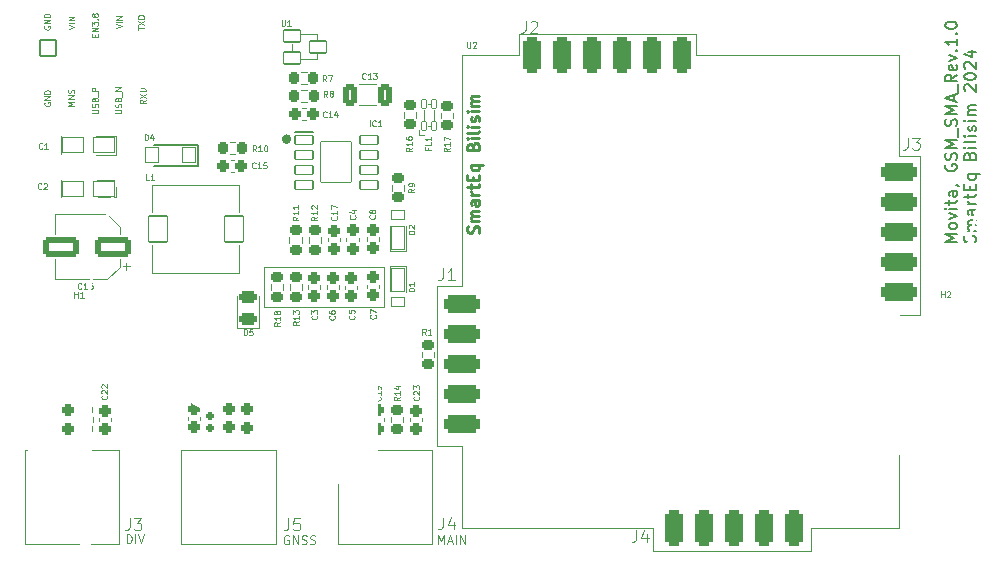
<source format=gto>
G04 #@! TF.GenerationSoftware,KiCad,Pcbnew,9.0.0*
G04 #@! TF.CreationDate,2025-08-29T11:38:16+03:00*
G04 #@! TF.ProjectId,GSM_PCBSMAFRAHT,47534d5f-5043-4425-934d-414652414854,rev?*
G04 #@! TF.SameCoordinates,Original*
G04 #@! TF.FileFunction,Legend,Top*
G04 #@! TF.FilePolarity,Positive*
%FSLAX46Y46*%
G04 Gerber Fmt 4.6, Leading zero omitted, Abs format (unit mm)*
G04 Created by KiCad (PCBNEW 9.0.0) date 2025-08-29 11:38:16*
%MOMM*%
%LPD*%
G01*
G04 APERTURE LIST*
G04 Aperture macros list*
%AMRoundRect*
0 Rectangle with rounded corners*
0 $1 Rounding radius*
0 $2 $3 $4 $5 $6 $7 $8 $9 X,Y pos of 4 corners*
0 Add a 4 corners polygon primitive as box body*
4,1,4,$2,$3,$4,$5,$6,$7,$8,$9,$2,$3,0*
0 Add four circle primitives for the rounded corners*
1,1,$1+$1,$2,$3*
1,1,$1+$1,$4,$5*
1,1,$1+$1,$6,$7*
1,1,$1+$1,$8,$9*
0 Add four rect primitives between the rounded corners*
20,1,$1+$1,$2,$3,$4,$5,0*
20,1,$1+$1,$4,$5,$6,$7,0*
20,1,$1+$1,$6,$7,$8,$9,0*
20,1,$1+$1,$8,$9,$2,$3,0*%
%AMFreePoly0*
4,1,113,0.179506,3.145604,0.524957,3.106681,0.530573,3.105726,0.869494,3.028370,0.874968,3.026793,1.203097,2.911976,1.208360,2.909796,1.521570,2.758962,1.526556,2.756207,1.820908,2.571253,1.825554,2.567956,2.097347,2.351208,2.101595,2.347412,2.347412,2.101595,2.351208,2.097347,2.567956,1.825554,2.571253,1.820908,2.756207,1.526556,2.758962,1.521570,2.909796,1.208360,
2.911976,1.203097,3.026793,0.874968,3.028370,0.869494,3.105726,0.530573,3.106681,0.524957,3.145604,0.179506,3.145923,0.173818,3.145923,-0.173818,3.145604,-0.179506,3.106681,-0.524957,3.105726,-0.530573,3.028370,-0.869494,3.026793,-0.874968,2.911976,-1.203097,2.909796,-1.208360,2.758962,-1.521570,2.756207,-1.526556,2.571253,-1.820908,2.567956,-1.825554,2.351208,-2.097347,
2.347412,-2.101595,2.101595,-2.347412,2.097347,-2.351208,1.825554,-2.567956,1.820908,-2.571253,1.526556,-2.756207,1.521570,-2.758962,1.208360,-2.909796,1.203097,-2.911976,0.874968,-3.026793,0.869494,-3.028370,0.530573,-3.105726,0.524957,-3.106681,0.179506,-3.145604,0.173818,-3.145923,-0.173818,-3.145923,-0.179506,-3.145604,-0.524957,-3.106681,-0.530573,-3.105726,-0.869494,-3.028370,
-0.874968,-3.026793,-1.203097,-2.911976,-1.208360,-2.909796,-1.521570,-2.758962,-1.526556,-2.756207,-1.820908,-2.571253,-1.825554,-2.567956,-2.097347,-2.351208,-2.101595,-2.347412,-2.347412,-2.101595,-2.351208,-2.097347,-2.567956,-1.825554,-2.571253,-1.820908,-2.756207,-1.526556,-2.758962,-1.521570,-2.909796,-1.208360,-2.911976,-1.203097,-3.026793,-0.874968,-3.028370,-0.869494,-3.105726,-0.530573,
-3.106681,-0.524957,-3.145604,-0.179506,-3.145923,-0.173818,-3.145923,0.173818,-3.145604,0.179506,-3.106681,0.524957,-3.105726,0.530573,-3.028370,0.869494,-3.026793,0.874968,-2.911976,1.203097,-2.909796,1.208360,-2.758962,1.521570,-2.756207,1.526556,-2.571253,1.820908,-2.567956,1.825554,-2.351208,2.097347,-2.347412,2.101595,-2.101595,2.347412,-2.097347,2.351208,-1.825554,2.567956,
-1.820908,2.571253,-1.526556,2.756207,-1.521570,2.758962,-1.208360,2.909796,-1.203097,2.911976,-0.874968,3.026793,-0.869494,3.028370,-0.530573,3.105726,-0.524957,3.106681,-0.179506,3.145604,-0.173818,3.145923,0.173818,3.145923,0.179506,3.145604,0.179506,3.145604,$1*%
G04 Aperture macros list end*
%ADD10C,0.100000*%
%ADD11C,0.150000*%
%ADD12C,0.250000*%
%ADD13C,0.120000*%
%ADD14C,0.200000*%
%ADD15C,0.400000*%
%ADD16RoundRect,0.250400X-0.275400X0.250400X-0.275400X-0.250400X0.275400X-0.250400X0.275400X0.250400X0*%
%ADD17C,1.500000*%
%ADD18RoundRect,0.250400X0.250400X0.275400X-0.250400X0.275400X-0.250400X-0.275400X0.250400X-0.275400X0*%
%ADD19RoundRect,0.050800X0.700000X-0.500000X0.700000X0.500000X-0.700000X0.500000X-0.700000X-0.500000X0*%
%ADD20RoundRect,0.225400X0.225400X0.300400X-0.225400X0.300400X-0.225400X-0.300400X0.225400X-0.300400X0*%
%ADD21RoundRect,0.050800X0.800000X1.100000X-0.800000X1.100000X-0.800000X-1.100000X0.800000X-1.100000X0*%
%ADD22RoundRect,0.225400X0.300400X-0.225400X0.300400X0.225400X-0.300400X0.225400X-0.300400X-0.225400X0*%
%ADD23RoundRect,0.050800X0.560000X0.610000X-0.560000X0.610000X-0.560000X-0.610000X0.560000X-0.610000X0*%
%ADD24RoundRect,0.050800X0.550000X1.000000X-0.550000X1.000000X-0.550000X-1.000000X0.550000X-1.000000X0*%
%ADD25RoundRect,0.050800X0.550000X0.400000X-0.550000X0.400000X-0.550000X-0.400000X0.550000X-0.400000X0*%
%ADD26RoundRect,0.050800X0.200000X-0.375000X0.200000X0.375000X-0.200000X0.375000X-0.200000X-0.375000X0*%
%ADD27RoundRect,0.250400X0.275400X-0.250400X0.275400X0.250400X-0.275400X0.250400X-0.275400X-0.250400X0*%
%ADD28FreePoly0,270.000000*%
%ADD29O,2.601600X2.601600*%
%ADD30RoundRect,0.050800X-0.550000X-1.000000X0.550000X-1.000000X0.550000X1.000000X-0.550000X1.000000X0*%
%ADD31RoundRect,0.050800X-0.550000X-0.400000X0.550000X-0.400000X0.550000X0.400000X-0.550000X0.400000X0*%
%ADD32RoundRect,0.272087X-0.353713X-0.678713X0.353713X-0.678713X0.353713X0.678713X-0.353713X0.678713X0*%
%ADD33RoundRect,0.050800X-0.900000X0.615000X-0.900000X-0.615000X0.900000X-0.615000X0.900000X0.615000X0*%
%ADD34RoundRect,0.225400X-0.300400X0.225400X-0.300400X-0.225400X0.300400X-0.225400X0.300400X0.225400X0*%
%ADD35RoundRect,0.265875X1.284925X0.584925X-1.284925X0.584925X-1.284925X-0.584925X1.284925X-0.584925X0*%
%ADD36RoundRect,0.400400X-0.400400X1.150400X-0.400400X-1.150400X0.400400X-1.150400X0.400400X1.150400X0*%
%ADD37RoundRect,0.400400X-1.150400X-0.400400X1.150400X-0.400400X1.150400X0.400400X-1.150400X0.400400X0*%
%ADD38RoundRect,0.225400X-0.225400X-0.300400X0.225400X-0.300400X0.225400X0.300400X-0.225400X0.300400X0*%
%ADD39RoundRect,0.172900X-0.197900X0.172900X-0.197900X-0.172900X0.197900X-0.172900X0.197900X0.172900X0*%
%ADD40RoundRect,0.050800X0.762500X-0.350000X0.762500X0.350000X-0.762500X0.350000X-0.762500X-0.350000X0*%
%ADD41RoundRect,0.050800X-1.280000X-1.725000X1.280000X-1.725000X1.280000X1.725000X-1.280000X1.725000X0*%
%ADD42RoundRect,0.269150X0.481650X-0.269150X0.481650X0.269150X-0.481650X0.269150X-0.481650X-0.269150X0*%
%ADD43RoundRect,0.050800X-0.675000X0.675000X-0.675000X-0.675000X0.675000X-0.675000X0.675000X0.675000X0*%
%ADD44O,1.451600X1.451600*%
G04 APERTURE END LIST*
D10*
X95910000Y-97190000D02*
X106050000Y-97190000D01*
X106050000Y-100610000D01*
X95910000Y-100610000D01*
X95910000Y-97190000D01*
X81353609Y-84175163D02*
X81758371Y-84175163D01*
X81758371Y-84175163D02*
X81805990Y-84151353D01*
X81805990Y-84151353D02*
X81829800Y-84127544D01*
X81829800Y-84127544D02*
X81853609Y-84079925D01*
X81853609Y-84079925D02*
X81853609Y-83984687D01*
X81853609Y-83984687D02*
X81829800Y-83937068D01*
X81829800Y-83937068D02*
X81805990Y-83913258D01*
X81805990Y-83913258D02*
X81758371Y-83889449D01*
X81758371Y-83889449D02*
X81353609Y-83889449D01*
X81829800Y-83675162D02*
X81853609Y-83603734D01*
X81853609Y-83603734D02*
X81853609Y-83484686D01*
X81853609Y-83484686D02*
X81829800Y-83437067D01*
X81829800Y-83437067D02*
X81805990Y-83413258D01*
X81805990Y-83413258D02*
X81758371Y-83389448D01*
X81758371Y-83389448D02*
X81710752Y-83389448D01*
X81710752Y-83389448D02*
X81663133Y-83413258D01*
X81663133Y-83413258D02*
X81639323Y-83437067D01*
X81639323Y-83437067D02*
X81615514Y-83484686D01*
X81615514Y-83484686D02*
X81591704Y-83579924D01*
X81591704Y-83579924D02*
X81567895Y-83627543D01*
X81567895Y-83627543D02*
X81544085Y-83651353D01*
X81544085Y-83651353D02*
X81496466Y-83675162D01*
X81496466Y-83675162D02*
X81448847Y-83675162D01*
X81448847Y-83675162D02*
X81401228Y-83651353D01*
X81401228Y-83651353D02*
X81377419Y-83627543D01*
X81377419Y-83627543D02*
X81353609Y-83579924D01*
X81353609Y-83579924D02*
X81353609Y-83460877D01*
X81353609Y-83460877D02*
X81377419Y-83389448D01*
X81591704Y-83008496D02*
X81615514Y-82937068D01*
X81615514Y-82937068D02*
X81639323Y-82913258D01*
X81639323Y-82913258D02*
X81686942Y-82889449D01*
X81686942Y-82889449D02*
X81758371Y-82889449D01*
X81758371Y-82889449D02*
X81805990Y-82913258D01*
X81805990Y-82913258D02*
X81829800Y-82937068D01*
X81829800Y-82937068D02*
X81853609Y-82984687D01*
X81853609Y-82984687D02*
X81853609Y-83175163D01*
X81853609Y-83175163D02*
X81353609Y-83175163D01*
X81353609Y-83175163D02*
X81353609Y-83008496D01*
X81353609Y-83008496D02*
X81377419Y-82960877D01*
X81377419Y-82960877D02*
X81401228Y-82937068D01*
X81401228Y-82937068D02*
X81448847Y-82913258D01*
X81448847Y-82913258D02*
X81496466Y-82913258D01*
X81496466Y-82913258D02*
X81544085Y-82937068D01*
X81544085Y-82937068D02*
X81567895Y-82960877D01*
X81567895Y-82960877D02*
X81591704Y-83008496D01*
X81591704Y-83008496D02*
X81591704Y-83175163D01*
X81901228Y-82794211D02*
X81901228Y-82413258D01*
X81853609Y-82294211D02*
X81353609Y-82294211D01*
X81353609Y-82294211D02*
X81353609Y-82103735D01*
X81353609Y-82103735D02*
X81377419Y-82056116D01*
X81377419Y-82056116D02*
X81401228Y-82032306D01*
X81401228Y-82032306D02*
X81448847Y-82008497D01*
X81448847Y-82008497D02*
X81520276Y-82008497D01*
X81520276Y-82008497D02*
X81567895Y-82032306D01*
X81567895Y-82032306D02*
X81591704Y-82056116D01*
X81591704Y-82056116D02*
X81615514Y-82103735D01*
X81615514Y-82103735D02*
X81615514Y-82294211D01*
X83333609Y-84165163D02*
X83738371Y-84165163D01*
X83738371Y-84165163D02*
X83785990Y-84141353D01*
X83785990Y-84141353D02*
X83809800Y-84117544D01*
X83809800Y-84117544D02*
X83833609Y-84069925D01*
X83833609Y-84069925D02*
X83833609Y-83974687D01*
X83833609Y-83974687D02*
X83809800Y-83927068D01*
X83809800Y-83927068D02*
X83785990Y-83903258D01*
X83785990Y-83903258D02*
X83738371Y-83879449D01*
X83738371Y-83879449D02*
X83333609Y-83879449D01*
X83809800Y-83665162D02*
X83833609Y-83593734D01*
X83833609Y-83593734D02*
X83833609Y-83474686D01*
X83833609Y-83474686D02*
X83809800Y-83427067D01*
X83809800Y-83427067D02*
X83785990Y-83403258D01*
X83785990Y-83403258D02*
X83738371Y-83379448D01*
X83738371Y-83379448D02*
X83690752Y-83379448D01*
X83690752Y-83379448D02*
X83643133Y-83403258D01*
X83643133Y-83403258D02*
X83619323Y-83427067D01*
X83619323Y-83427067D02*
X83595514Y-83474686D01*
X83595514Y-83474686D02*
X83571704Y-83569924D01*
X83571704Y-83569924D02*
X83547895Y-83617543D01*
X83547895Y-83617543D02*
X83524085Y-83641353D01*
X83524085Y-83641353D02*
X83476466Y-83665162D01*
X83476466Y-83665162D02*
X83428847Y-83665162D01*
X83428847Y-83665162D02*
X83381228Y-83641353D01*
X83381228Y-83641353D02*
X83357419Y-83617543D01*
X83357419Y-83617543D02*
X83333609Y-83569924D01*
X83333609Y-83569924D02*
X83333609Y-83450877D01*
X83333609Y-83450877D02*
X83357419Y-83379448D01*
X83571704Y-82998496D02*
X83595514Y-82927068D01*
X83595514Y-82927068D02*
X83619323Y-82903258D01*
X83619323Y-82903258D02*
X83666942Y-82879449D01*
X83666942Y-82879449D02*
X83738371Y-82879449D01*
X83738371Y-82879449D02*
X83785990Y-82903258D01*
X83785990Y-82903258D02*
X83809800Y-82927068D01*
X83809800Y-82927068D02*
X83833609Y-82974687D01*
X83833609Y-82974687D02*
X83833609Y-83165163D01*
X83833609Y-83165163D02*
X83333609Y-83165163D01*
X83333609Y-83165163D02*
X83333609Y-82998496D01*
X83333609Y-82998496D02*
X83357419Y-82950877D01*
X83357419Y-82950877D02*
X83381228Y-82927068D01*
X83381228Y-82927068D02*
X83428847Y-82903258D01*
X83428847Y-82903258D02*
X83476466Y-82903258D01*
X83476466Y-82903258D02*
X83524085Y-82927068D01*
X83524085Y-82927068D02*
X83547895Y-82950877D01*
X83547895Y-82950877D02*
X83571704Y-82998496D01*
X83571704Y-82998496D02*
X83571704Y-83165163D01*
X83881228Y-82784211D02*
X83881228Y-82403258D01*
X83833609Y-82284211D02*
X83333609Y-82284211D01*
X83333609Y-82284211D02*
X83833609Y-81998497D01*
X83833609Y-81998497D02*
X83333609Y-81998497D01*
D11*
X154589875Y-95063220D02*
X153589875Y-95063220D01*
X153589875Y-95063220D02*
X154304160Y-94729887D01*
X154304160Y-94729887D02*
X153589875Y-94396554D01*
X153589875Y-94396554D02*
X154589875Y-94396554D01*
X154589875Y-93777506D02*
X154542256Y-93872744D01*
X154542256Y-93872744D02*
X154494636Y-93920363D01*
X154494636Y-93920363D02*
X154399398Y-93967982D01*
X154399398Y-93967982D02*
X154113684Y-93967982D01*
X154113684Y-93967982D02*
X154018446Y-93920363D01*
X154018446Y-93920363D02*
X153970827Y-93872744D01*
X153970827Y-93872744D02*
X153923208Y-93777506D01*
X153923208Y-93777506D02*
X153923208Y-93634649D01*
X153923208Y-93634649D02*
X153970827Y-93539411D01*
X153970827Y-93539411D02*
X154018446Y-93491792D01*
X154018446Y-93491792D02*
X154113684Y-93444173D01*
X154113684Y-93444173D02*
X154399398Y-93444173D01*
X154399398Y-93444173D02*
X154494636Y-93491792D01*
X154494636Y-93491792D02*
X154542256Y-93539411D01*
X154542256Y-93539411D02*
X154589875Y-93634649D01*
X154589875Y-93634649D02*
X154589875Y-93777506D01*
X153923208Y-93110839D02*
X154589875Y-92872744D01*
X154589875Y-92872744D02*
X153923208Y-92634649D01*
X154589875Y-92253696D02*
X153923208Y-92253696D01*
X153589875Y-92253696D02*
X153637494Y-92301315D01*
X153637494Y-92301315D02*
X153685113Y-92253696D01*
X153685113Y-92253696D02*
X153637494Y-92206077D01*
X153637494Y-92206077D02*
X153589875Y-92253696D01*
X153589875Y-92253696D02*
X153685113Y-92253696D01*
X153923208Y-91920363D02*
X153923208Y-91539411D01*
X153589875Y-91777506D02*
X154447017Y-91777506D01*
X154447017Y-91777506D02*
X154542256Y-91729887D01*
X154542256Y-91729887D02*
X154589875Y-91634649D01*
X154589875Y-91634649D02*
X154589875Y-91539411D01*
X154589875Y-90777506D02*
X154066065Y-90777506D01*
X154066065Y-90777506D02*
X153970827Y-90825125D01*
X153970827Y-90825125D02*
X153923208Y-90920363D01*
X153923208Y-90920363D02*
X153923208Y-91110839D01*
X153923208Y-91110839D02*
X153970827Y-91206077D01*
X154542256Y-90777506D02*
X154589875Y-90872744D01*
X154589875Y-90872744D02*
X154589875Y-91110839D01*
X154589875Y-91110839D02*
X154542256Y-91206077D01*
X154542256Y-91206077D02*
X154447017Y-91253696D01*
X154447017Y-91253696D02*
X154351779Y-91253696D01*
X154351779Y-91253696D02*
X154256541Y-91206077D01*
X154256541Y-91206077D02*
X154208922Y-91110839D01*
X154208922Y-91110839D02*
X154208922Y-90872744D01*
X154208922Y-90872744D02*
X154161303Y-90777506D01*
X154542256Y-90253696D02*
X154589875Y-90253696D01*
X154589875Y-90253696D02*
X154685113Y-90301315D01*
X154685113Y-90301315D02*
X154732732Y-90348934D01*
X153637494Y-88539411D02*
X153589875Y-88634649D01*
X153589875Y-88634649D02*
X153589875Y-88777506D01*
X153589875Y-88777506D02*
X153637494Y-88920363D01*
X153637494Y-88920363D02*
X153732732Y-89015601D01*
X153732732Y-89015601D02*
X153827970Y-89063220D01*
X153827970Y-89063220D02*
X154018446Y-89110839D01*
X154018446Y-89110839D02*
X154161303Y-89110839D01*
X154161303Y-89110839D02*
X154351779Y-89063220D01*
X154351779Y-89063220D02*
X154447017Y-89015601D01*
X154447017Y-89015601D02*
X154542256Y-88920363D01*
X154542256Y-88920363D02*
X154589875Y-88777506D01*
X154589875Y-88777506D02*
X154589875Y-88682268D01*
X154589875Y-88682268D02*
X154542256Y-88539411D01*
X154542256Y-88539411D02*
X154494636Y-88491792D01*
X154494636Y-88491792D02*
X154161303Y-88491792D01*
X154161303Y-88491792D02*
X154161303Y-88682268D01*
X154542256Y-88110839D02*
X154589875Y-87967982D01*
X154589875Y-87967982D02*
X154589875Y-87729887D01*
X154589875Y-87729887D02*
X154542256Y-87634649D01*
X154542256Y-87634649D02*
X154494636Y-87587030D01*
X154494636Y-87587030D02*
X154399398Y-87539411D01*
X154399398Y-87539411D02*
X154304160Y-87539411D01*
X154304160Y-87539411D02*
X154208922Y-87587030D01*
X154208922Y-87587030D02*
X154161303Y-87634649D01*
X154161303Y-87634649D02*
X154113684Y-87729887D01*
X154113684Y-87729887D02*
X154066065Y-87920363D01*
X154066065Y-87920363D02*
X154018446Y-88015601D01*
X154018446Y-88015601D02*
X153970827Y-88063220D01*
X153970827Y-88063220D02*
X153875589Y-88110839D01*
X153875589Y-88110839D02*
X153780351Y-88110839D01*
X153780351Y-88110839D02*
X153685113Y-88063220D01*
X153685113Y-88063220D02*
X153637494Y-88015601D01*
X153637494Y-88015601D02*
X153589875Y-87920363D01*
X153589875Y-87920363D02*
X153589875Y-87682268D01*
X153589875Y-87682268D02*
X153637494Y-87539411D01*
X154589875Y-87110839D02*
X153589875Y-87110839D01*
X153589875Y-87110839D02*
X154304160Y-86777506D01*
X154304160Y-86777506D02*
X153589875Y-86444173D01*
X153589875Y-86444173D02*
X154589875Y-86444173D01*
X154685113Y-86206078D02*
X154685113Y-85444173D01*
X154542256Y-85253696D02*
X154589875Y-85110839D01*
X154589875Y-85110839D02*
X154589875Y-84872744D01*
X154589875Y-84872744D02*
X154542256Y-84777506D01*
X154542256Y-84777506D02*
X154494636Y-84729887D01*
X154494636Y-84729887D02*
X154399398Y-84682268D01*
X154399398Y-84682268D02*
X154304160Y-84682268D01*
X154304160Y-84682268D02*
X154208922Y-84729887D01*
X154208922Y-84729887D02*
X154161303Y-84777506D01*
X154161303Y-84777506D02*
X154113684Y-84872744D01*
X154113684Y-84872744D02*
X154066065Y-85063220D01*
X154066065Y-85063220D02*
X154018446Y-85158458D01*
X154018446Y-85158458D02*
X153970827Y-85206077D01*
X153970827Y-85206077D02*
X153875589Y-85253696D01*
X153875589Y-85253696D02*
X153780351Y-85253696D01*
X153780351Y-85253696D02*
X153685113Y-85206077D01*
X153685113Y-85206077D02*
X153637494Y-85158458D01*
X153637494Y-85158458D02*
X153589875Y-85063220D01*
X153589875Y-85063220D02*
X153589875Y-84825125D01*
X153589875Y-84825125D02*
X153637494Y-84682268D01*
X154589875Y-84253696D02*
X153589875Y-84253696D01*
X153589875Y-84253696D02*
X154304160Y-83920363D01*
X154304160Y-83920363D02*
X153589875Y-83587030D01*
X153589875Y-83587030D02*
X154589875Y-83587030D01*
X154304160Y-83158458D02*
X154304160Y-82682268D01*
X154589875Y-83253696D02*
X153589875Y-82920363D01*
X153589875Y-82920363D02*
X154589875Y-82587030D01*
X154685113Y-82491792D02*
X154685113Y-81729887D01*
X154589875Y-80920363D02*
X154113684Y-81253696D01*
X154589875Y-81491791D02*
X153589875Y-81491791D01*
X153589875Y-81491791D02*
X153589875Y-81110839D01*
X153589875Y-81110839D02*
X153637494Y-81015601D01*
X153637494Y-81015601D02*
X153685113Y-80967982D01*
X153685113Y-80967982D02*
X153780351Y-80920363D01*
X153780351Y-80920363D02*
X153923208Y-80920363D01*
X153923208Y-80920363D02*
X154018446Y-80967982D01*
X154018446Y-80967982D02*
X154066065Y-81015601D01*
X154066065Y-81015601D02*
X154113684Y-81110839D01*
X154113684Y-81110839D02*
X154113684Y-81491791D01*
X154542256Y-80110839D02*
X154589875Y-80206077D01*
X154589875Y-80206077D02*
X154589875Y-80396553D01*
X154589875Y-80396553D02*
X154542256Y-80491791D01*
X154542256Y-80491791D02*
X154447017Y-80539410D01*
X154447017Y-80539410D02*
X154066065Y-80539410D01*
X154066065Y-80539410D02*
X153970827Y-80491791D01*
X153970827Y-80491791D02*
X153923208Y-80396553D01*
X153923208Y-80396553D02*
X153923208Y-80206077D01*
X153923208Y-80206077D02*
X153970827Y-80110839D01*
X153970827Y-80110839D02*
X154066065Y-80063220D01*
X154066065Y-80063220D02*
X154161303Y-80063220D01*
X154161303Y-80063220D02*
X154256541Y-80539410D01*
X153923208Y-79729886D02*
X154589875Y-79491791D01*
X154589875Y-79491791D02*
X153923208Y-79253696D01*
X154494636Y-78872743D02*
X154542256Y-78825124D01*
X154542256Y-78825124D02*
X154589875Y-78872743D01*
X154589875Y-78872743D02*
X154542256Y-78920362D01*
X154542256Y-78920362D02*
X154494636Y-78872743D01*
X154494636Y-78872743D02*
X154589875Y-78872743D01*
X154589875Y-77872744D02*
X154589875Y-78444172D01*
X154589875Y-78158458D02*
X153589875Y-78158458D01*
X153589875Y-78158458D02*
X153732732Y-78253696D01*
X153732732Y-78253696D02*
X153827970Y-78348934D01*
X153827970Y-78348934D02*
X153875589Y-78444172D01*
X154494636Y-77444172D02*
X154542256Y-77396553D01*
X154542256Y-77396553D02*
X154589875Y-77444172D01*
X154589875Y-77444172D02*
X154542256Y-77491791D01*
X154542256Y-77491791D02*
X154494636Y-77444172D01*
X154494636Y-77444172D02*
X154589875Y-77444172D01*
X153589875Y-76777506D02*
X153589875Y-76682268D01*
X153589875Y-76682268D02*
X153637494Y-76587030D01*
X153637494Y-76587030D02*
X153685113Y-76539411D01*
X153685113Y-76539411D02*
X153780351Y-76491792D01*
X153780351Y-76491792D02*
X153970827Y-76444173D01*
X153970827Y-76444173D02*
X154208922Y-76444173D01*
X154208922Y-76444173D02*
X154399398Y-76491792D01*
X154399398Y-76491792D02*
X154494636Y-76539411D01*
X154494636Y-76539411D02*
X154542256Y-76587030D01*
X154542256Y-76587030D02*
X154589875Y-76682268D01*
X154589875Y-76682268D02*
X154589875Y-76777506D01*
X154589875Y-76777506D02*
X154542256Y-76872744D01*
X154542256Y-76872744D02*
X154494636Y-76920363D01*
X154494636Y-76920363D02*
X154399398Y-76967982D01*
X154399398Y-76967982D02*
X154208922Y-77015601D01*
X154208922Y-77015601D02*
X153970827Y-77015601D01*
X153970827Y-77015601D02*
X153780351Y-76967982D01*
X153780351Y-76967982D02*
X153685113Y-76920363D01*
X153685113Y-76920363D02*
X153637494Y-76872744D01*
X153637494Y-76872744D02*
X153589875Y-76777506D01*
X156152200Y-95110839D02*
X156199819Y-94967982D01*
X156199819Y-94967982D02*
X156199819Y-94729887D01*
X156199819Y-94729887D02*
X156152200Y-94634649D01*
X156152200Y-94634649D02*
X156104580Y-94587030D01*
X156104580Y-94587030D02*
X156009342Y-94539411D01*
X156009342Y-94539411D02*
X155914104Y-94539411D01*
X155914104Y-94539411D02*
X155818866Y-94587030D01*
X155818866Y-94587030D02*
X155771247Y-94634649D01*
X155771247Y-94634649D02*
X155723628Y-94729887D01*
X155723628Y-94729887D02*
X155676009Y-94920363D01*
X155676009Y-94920363D02*
X155628390Y-95015601D01*
X155628390Y-95015601D02*
X155580771Y-95063220D01*
X155580771Y-95063220D02*
X155485533Y-95110839D01*
X155485533Y-95110839D02*
X155390295Y-95110839D01*
X155390295Y-95110839D02*
X155295057Y-95063220D01*
X155295057Y-95063220D02*
X155247438Y-95015601D01*
X155247438Y-95015601D02*
X155199819Y-94920363D01*
X155199819Y-94920363D02*
X155199819Y-94682268D01*
X155199819Y-94682268D02*
X155247438Y-94539411D01*
X156199819Y-94110839D02*
X155533152Y-94110839D01*
X155628390Y-94110839D02*
X155580771Y-94063220D01*
X155580771Y-94063220D02*
X155533152Y-93967982D01*
X155533152Y-93967982D02*
X155533152Y-93825125D01*
X155533152Y-93825125D02*
X155580771Y-93729887D01*
X155580771Y-93729887D02*
X155676009Y-93682268D01*
X155676009Y-93682268D02*
X156199819Y-93682268D01*
X155676009Y-93682268D02*
X155580771Y-93634649D01*
X155580771Y-93634649D02*
X155533152Y-93539411D01*
X155533152Y-93539411D02*
X155533152Y-93396554D01*
X155533152Y-93396554D02*
X155580771Y-93301315D01*
X155580771Y-93301315D02*
X155676009Y-93253696D01*
X155676009Y-93253696D02*
X156199819Y-93253696D01*
X156199819Y-92348935D02*
X155676009Y-92348935D01*
X155676009Y-92348935D02*
X155580771Y-92396554D01*
X155580771Y-92396554D02*
X155533152Y-92491792D01*
X155533152Y-92491792D02*
X155533152Y-92682268D01*
X155533152Y-92682268D02*
X155580771Y-92777506D01*
X156152200Y-92348935D02*
X156199819Y-92444173D01*
X156199819Y-92444173D02*
X156199819Y-92682268D01*
X156199819Y-92682268D02*
X156152200Y-92777506D01*
X156152200Y-92777506D02*
X156056961Y-92825125D01*
X156056961Y-92825125D02*
X155961723Y-92825125D01*
X155961723Y-92825125D02*
X155866485Y-92777506D01*
X155866485Y-92777506D02*
X155818866Y-92682268D01*
X155818866Y-92682268D02*
X155818866Y-92444173D01*
X155818866Y-92444173D02*
X155771247Y-92348935D01*
X156199819Y-91872744D02*
X155533152Y-91872744D01*
X155723628Y-91872744D02*
X155628390Y-91825125D01*
X155628390Y-91825125D02*
X155580771Y-91777506D01*
X155580771Y-91777506D02*
X155533152Y-91682268D01*
X155533152Y-91682268D02*
X155533152Y-91587030D01*
X155533152Y-91396553D02*
X155533152Y-91015601D01*
X155199819Y-91253696D02*
X156056961Y-91253696D01*
X156056961Y-91253696D02*
X156152200Y-91206077D01*
X156152200Y-91206077D02*
X156199819Y-91110839D01*
X156199819Y-91110839D02*
X156199819Y-91015601D01*
X155676009Y-90682267D02*
X155676009Y-90348934D01*
X156199819Y-90206077D02*
X156199819Y-90682267D01*
X156199819Y-90682267D02*
X155199819Y-90682267D01*
X155199819Y-90682267D02*
X155199819Y-90206077D01*
X155533152Y-89348934D02*
X156533152Y-89348934D01*
X156152200Y-89348934D02*
X156199819Y-89444172D01*
X156199819Y-89444172D02*
X156199819Y-89634648D01*
X156199819Y-89634648D02*
X156152200Y-89729886D01*
X156152200Y-89729886D02*
X156104580Y-89777505D01*
X156104580Y-89777505D02*
X156009342Y-89825124D01*
X156009342Y-89825124D02*
X155723628Y-89825124D01*
X155723628Y-89825124D02*
X155628390Y-89777505D01*
X155628390Y-89777505D02*
X155580771Y-89729886D01*
X155580771Y-89729886D02*
X155533152Y-89634648D01*
X155533152Y-89634648D02*
X155533152Y-89444172D01*
X155533152Y-89444172D02*
X155580771Y-89348934D01*
X155676009Y-87777505D02*
X155723628Y-87634648D01*
X155723628Y-87634648D02*
X155771247Y-87587029D01*
X155771247Y-87587029D02*
X155866485Y-87539410D01*
X155866485Y-87539410D02*
X156009342Y-87539410D01*
X156009342Y-87539410D02*
X156104580Y-87587029D01*
X156104580Y-87587029D02*
X156152200Y-87634648D01*
X156152200Y-87634648D02*
X156199819Y-87729886D01*
X156199819Y-87729886D02*
X156199819Y-88110838D01*
X156199819Y-88110838D02*
X155199819Y-88110838D01*
X155199819Y-88110838D02*
X155199819Y-87777505D01*
X155199819Y-87777505D02*
X155247438Y-87682267D01*
X155247438Y-87682267D02*
X155295057Y-87634648D01*
X155295057Y-87634648D02*
X155390295Y-87587029D01*
X155390295Y-87587029D02*
X155485533Y-87587029D01*
X155485533Y-87587029D02*
X155580771Y-87634648D01*
X155580771Y-87634648D02*
X155628390Y-87682267D01*
X155628390Y-87682267D02*
X155676009Y-87777505D01*
X155676009Y-87777505D02*
X155676009Y-88110838D01*
X156199819Y-87110838D02*
X155533152Y-87110838D01*
X155199819Y-87110838D02*
X155247438Y-87158457D01*
X155247438Y-87158457D02*
X155295057Y-87110838D01*
X155295057Y-87110838D02*
X155247438Y-87063219D01*
X155247438Y-87063219D02*
X155199819Y-87110838D01*
X155199819Y-87110838D02*
X155295057Y-87110838D01*
X156199819Y-86491791D02*
X156152200Y-86587029D01*
X156152200Y-86587029D02*
X156056961Y-86634648D01*
X156056961Y-86634648D02*
X155199819Y-86634648D01*
X156199819Y-86110838D02*
X155533152Y-86110838D01*
X155199819Y-86110838D02*
X155247438Y-86158457D01*
X155247438Y-86158457D02*
X155295057Y-86110838D01*
X155295057Y-86110838D02*
X155247438Y-86063219D01*
X155247438Y-86063219D02*
X155199819Y-86110838D01*
X155199819Y-86110838D02*
X155295057Y-86110838D01*
X156152200Y-85682267D02*
X156199819Y-85587029D01*
X156199819Y-85587029D02*
X156199819Y-85396553D01*
X156199819Y-85396553D02*
X156152200Y-85301315D01*
X156152200Y-85301315D02*
X156056961Y-85253696D01*
X156056961Y-85253696D02*
X156009342Y-85253696D01*
X156009342Y-85253696D02*
X155914104Y-85301315D01*
X155914104Y-85301315D02*
X155866485Y-85396553D01*
X155866485Y-85396553D02*
X155866485Y-85539410D01*
X155866485Y-85539410D02*
X155818866Y-85634648D01*
X155818866Y-85634648D02*
X155723628Y-85682267D01*
X155723628Y-85682267D02*
X155676009Y-85682267D01*
X155676009Y-85682267D02*
X155580771Y-85634648D01*
X155580771Y-85634648D02*
X155533152Y-85539410D01*
X155533152Y-85539410D02*
X155533152Y-85396553D01*
X155533152Y-85396553D02*
X155580771Y-85301315D01*
X156199819Y-84825124D02*
X155533152Y-84825124D01*
X155199819Y-84825124D02*
X155247438Y-84872743D01*
X155247438Y-84872743D02*
X155295057Y-84825124D01*
X155295057Y-84825124D02*
X155247438Y-84777505D01*
X155247438Y-84777505D02*
X155199819Y-84825124D01*
X155199819Y-84825124D02*
X155295057Y-84825124D01*
X156199819Y-84348934D02*
X155533152Y-84348934D01*
X155628390Y-84348934D02*
X155580771Y-84301315D01*
X155580771Y-84301315D02*
X155533152Y-84206077D01*
X155533152Y-84206077D02*
X155533152Y-84063220D01*
X155533152Y-84063220D02*
X155580771Y-83967982D01*
X155580771Y-83967982D02*
X155676009Y-83920363D01*
X155676009Y-83920363D02*
X156199819Y-83920363D01*
X155676009Y-83920363D02*
X155580771Y-83872744D01*
X155580771Y-83872744D02*
X155533152Y-83777506D01*
X155533152Y-83777506D02*
X155533152Y-83634649D01*
X155533152Y-83634649D02*
X155580771Y-83539410D01*
X155580771Y-83539410D02*
X155676009Y-83491791D01*
X155676009Y-83491791D02*
X156199819Y-83491791D01*
X155295057Y-82301315D02*
X155247438Y-82253696D01*
X155247438Y-82253696D02*
X155199819Y-82158458D01*
X155199819Y-82158458D02*
X155199819Y-81920363D01*
X155199819Y-81920363D02*
X155247438Y-81825125D01*
X155247438Y-81825125D02*
X155295057Y-81777506D01*
X155295057Y-81777506D02*
X155390295Y-81729887D01*
X155390295Y-81729887D02*
X155485533Y-81729887D01*
X155485533Y-81729887D02*
X155628390Y-81777506D01*
X155628390Y-81777506D02*
X156199819Y-82348934D01*
X156199819Y-82348934D02*
X156199819Y-81729887D01*
X155199819Y-81110839D02*
X155199819Y-81015601D01*
X155199819Y-81015601D02*
X155247438Y-80920363D01*
X155247438Y-80920363D02*
X155295057Y-80872744D01*
X155295057Y-80872744D02*
X155390295Y-80825125D01*
X155390295Y-80825125D02*
X155580771Y-80777506D01*
X155580771Y-80777506D02*
X155818866Y-80777506D01*
X155818866Y-80777506D02*
X156009342Y-80825125D01*
X156009342Y-80825125D02*
X156104580Y-80872744D01*
X156104580Y-80872744D02*
X156152200Y-80920363D01*
X156152200Y-80920363D02*
X156199819Y-81015601D01*
X156199819Y-81015601D02*
X156199819Y-81110839D01*
X156199819Y-81110839D02*
X156152200Y-81206077D01*
X156152200Y-81206077D02*
X156104580Y-81253696D01*
X156104580Y-81253696D02*
X156009342Y-81301315D01*
X156009342Y-81301315D02*
X155818866Y-81348934D01*
X155818866Y-81348934D02*
X155580771Y-81348934D01*
X155580771Y-81348934D02*
X155390295Y-81301315D01*
X155390295Y-81301315D02*
X155295057Y-81253696D01*
X155295057Y-81253696D02*
X155247438Y-81206077D01*
X155247438Y-81206077D02*
X155199819Y-81110839D01*
X155295057Y-80396553D02*
X155247438Y-80348934D01*
X155247438Y-80348934D02*
X155199819Y-80253696D01*
X155199819Y-80253696D02*
X155199819Y-80015601D01*
X155199819Y-80015601D02*
X155247438Y-79920363D01*
X155247438Y-79920363D02*
X155295057Y-79872744D01*
X155295057Y-79872744D02*
X155390295Y-79825125D01*
X155390295Y-79825125D02*
X155485533Y-79825125D01*
X155485533Y-79825125D02*
X155628390Y-79872744D01*
X155628390Y-79872744D02*
X156199819Y-80444172D01*
X156199819Y-80444172D02*
X156199819Y-79825125D01*
X155533152Y-78967982D02*
X156199819Y-78967982D01*
X155152200Y-79206077D02*
X155866485Y-79444172D01*
X155866485Y-79444172D02*
X155866485Y-78825125D01*
D10*
X110674360Y-120633014D02*
X110674360Y-119883014D01*
X110674360Y-119883014D02*
X110924360Y-120418728D01*
X110924360Y-120418728D02*
X111174360Y-119883014D01*
X111174360Y-119883014D02*
X111174360Y-120633014D01*
X111495789Y-120418728D02*
X111852932Y-120418728D01*
X111424360Y-120633014D02*
X111674360Y-119883014D01*
X111674360Y-119883014D02*
X111924360Y-120633014D01*
X112174360Y-120633014D02*
X112174360Y-119883014D01*
X112531503Y-120633014D02*
X112531503Y-119883014D01*
X112531503Y-119883014D02*
X112960074Y-120633014D01*
X112960074Y-120633014D02*
X112960074Y-119883014D01*
X85253609Y-77096591D02*
X85253609Y-76810877D01*
X85753609Y-76953734D02*
X85253609Y-76953734D01*
X85253609Y-76691830D02*
X85753609Y-76358497D01*
X85253609Y-76358497D02*
X85753609Y-76691830D01*
X85753609Y-76168021D02*
X85253609Y-76168021D01*
X85253609Y-76168021D02*
X85253609Y-76048973D01*
X85253609Y-76048973D02*
X85277419Y-75977545D01*
X85277419Y-75977545D02*
X85325038Y-75929926D01*
X85325038Y-75929926D02*
X85372657Y-75906116D01*
X85372657Y-75906116D02*
X85467895Y-75882307D01*
X85467895Y-75882307D02*
X85539323Y-75882307D01*
X85539323Y-75882307D02*
X85634561Y-75906116D01*
X85634561Y-75906116D02*
X85682180Y-75929926D01*
X85682180Y-75929926D02*
X85729800Y-75977545D01*
X85729800Y-75977545D02*
X85753609Y-76048973D01*
X85753609Y-76048973D02*
X85753609Y-76168021D01*
X79833609Y-83535163D02*
X79333609Y-83535163D01*
X79333609Y-83535163D02*
X79690752Y-83368496D01*
X79690752Y-83368496D02*
X79333609Y-83201830D01*
X79333609Y-83201830D02*
X79833609Y-83201830D01*
X79833609Y-82963734D02*
X79333609Y-82963734D01*
X79333609Y-82963734D02*
X79833609Y-82678020D01*
X79833609Y-82678020D02*
X79333609Y-82678020D01*
X79809800Y-82463733D02*
X79833609Y-82392305D01*
X79833609Y-82392305D02*
X79833609Y-82273257D01*
X79833609Y-82273257D02*
X79809800Y-82225638D01*
X79809800Y-82225638D02*
X79785990Y-82201829D01*
X79785990Y-82201829D02*
X79738371Y-82178019D01*
X79738371Y-82178019D02*
X79690752Y-82178019D01*
X79690752Y-82178019D02*
X79643133Y-82201829D01*
X79643133Y-82201829D02*
X79619323Y-82225638D01*
X79619323Y-82225638D02*
X79595514Y-82273257D01*
X79595514Y-82273257D02*
X79571704Y-82368495D01*
X79571704Y-82368495D02*
X79547895Y-82416114D01*
X79547895Y-82416114D02*
X79524085Y-82439924D01*
X79524085Y-82439924D02*
X79476466Y-82463733D01*
X79476466Y-82463733D02*
X79428847Y-82463733D01*
X79428847Y-82463733D02*
X79381228Y-82439924D01*
X79381228Y-82439924D02*
X79357419Y-82416114D01*
X79357419Y-82416114D02*
X79333609Y-82368495D01*
X79333609Y-82368495D02*
X79333609Y-82249448D01*
X79333609Y-82249448D02*
X79357419Y-82178019D01*
X83353609Y-76996591D02*
X83853609Y-76829925D01*
X83853609Y-76829925D02*
X83353609Y-76663258D01*
X83853609Y-76496592D02*
X83353609Y-76496592D01*
X83853609Y-76258497D02*
X83353609Y-76258497D01*
X83353609Y-76258497D02*
X83853609Y-75972783D01*
X83853609Y-75972783D02*
X83353609Y-75972783D01*
X77327419Y-76813258D02*
X77303609Y-76860877D01*
X77303609Y-76860877D02*
X77303609Y-76932306D01*
X77303609Y-76932306D02*
X77327419Y-77003734D01*
X77327419Y-77003734D02*
X77375038Y-77051353D01*
X77375038Y-77051353D02*
X77422657Y-77075163D01*
X77422657Y-77075163D02*
X77517895Y-77098972D01*
X77517895Y-77098972D02*
X77589323Y-77098972D01*
X77589323Y-77098972D02*
X77684561Y-77075163D01*
X77684561Y-77075163D02*
X77732180Y-77051353D01*
X77732180Y-77051353D02*
X77779800Y-77003734D01*
X77779800Y-77003734D02*
X77803609Y-76932306D01*
X77803609Y-76932306D02*
X77803609Y-76884687D01*
X77803609Y-76884687D02*
X77779800Y-76813258D01*
X77779800Y-76813258D02*
X77755990Y-76789449D01*
X77755990Y-76789449D02*
X77589323Y-76789449D01*
X77589323Y-76789449D02*
X77589323Y-76884687D01*
X77803609Y-76575163D02*
X77303609Y-76575163D01*
X77303609Y-76575163D02*
X77803609Y-76289449D01*
X77803609Y-76289449D02*
X77303609Y-76289449D01*
X77803609Y-76051353D02*
X77303609Y-76051353D01*
X77303609Y-76051353D02*
X77303609Y-75932305D01*
X77303609Y-75932305D02*
X77327419Y-75860877D01*
X77327419Y-75860877D02*
X77375038Y-75813258D01*
X77375038Y-75813258D02*
X77422657Y-75789448D01*
X77422657Y-75789448D02*
X77517895Y-75765639D01*
X77517895Y-75765639D02*
X77589323Y-75765639D01*
X77589323Y-75765639D02*
X77684561Y-75789448D01*
X77684561Y-75789448D02*
X77732180Y-75813258D01*
X77732180Y-75813258D02*
X77779800Y-75860877D01*
X77779800Y-75860877D02*
X77803609Y-75932305D01*
X77803609Y-75932305D02*
X77803609Y-76051353D01*
X84274360Y-120583014D02*
X84274360Y-119833014D01*
X84274360Y-119833014D02*
X84452931Y-119833014D01*
X84452931Y-119833014D02*
X84560074Y-119868728D01*
X84560074Y-119868728D02*
X84631503Y-119940157D01*
X84631503Y-119940157D02*
X84667217Y-120011585D01*
X84667217Y-120011585D02*
X84702931Y-120154442D01*
X84702931Y-120154442D02*
X84702931Y-120261585D01*
X84702931Y-120261585D02*
X84667217Y-120404442D01*
X84667217Y-120404442D02*
X84631503Y-120475871D01*
X84631503Y-120475871D02*
X84560074Y-120547300D01*
X84560074Y-120547300D02*
X84452931Y-120583014D01*
X84452931Y-120583014D02*
X84274360Y-120583014D01*
X85024360Y-120583014D02*
X85024360Y-119833014D01*
X85274360Y-119833014D02*
X85524360Y-120583014D01*
X85524360Y-120583014D02*
X85774360Y-119833014D01*
X81586732Y-77685163D02*
X81586732Y-77518496D01*
X81848637Y-77447068D02*
X81848637Y-77685163D01*
X81848637Y-77685163D02*
X81348637Y-77685163D01*
X81348637Y-77685163D02*
X81348637Y-77447068D01*
X81848637Y-77232782D02*
X81348637Y-77232782D01*
X81348637Y-77232782D02*
X81848637Y-76947068D01*
X81848637Y-76947068D02*
X81348637Y-76947068D01*
X81348637Y-76756591D02*
X81348637Y-76447067D01*
X81348637Y-76447067D02*
X81539113Y-76613734D01*
X81539113Y-76613734D02*
X81539113Y-76542305D01*
X81539113Y-76542305D02*
X81562923Y-76494686D01*
X81562923Y-76494686D02*
X81586732Y-76470877D01*
X81586732Y-76470877D02*
X81634351Y-76447067D01*
X81634351Y-76447067D02*
X81753399Y-76447067D01*
X81753399Y-76447067D02*
X81801018Y-76470877D01*
X81801018Y-76470877D02*
X81824828Y-76494686D01*
X81824828Y-76494686D02*
X81848637Y-76542305D01*
X81848637Y-76542305D02*
X81848637Y-76685162D01*
X81848637Y-76685162D02*
X81824828Y-76732781D01*
X81824828Y-76732781D02*
X81801018Y-76756591D01*
X81801018Y-76232782D02*
X81824828Y-76208972D01*
X81824828Y-76208972D02*
X81848637Y-76232782D01*
X81848637Y-76232782D02*
X81824828Y-76256591D01*
X81824828Y-76256591D02*
X81801018Y-76232782D01*
X81801018Y-76232782D02*
X81848637Y-76232782D01*
X81562923Y-75923258D02*
X81539113Y-75970877D01*
X81539113Y-75970877D02*
X81515304Y-75994687D01*
X81515304Y-75994687D02*
X81467685Y-76018496D01*
X81467685Y-76018496D02*
X81443875Y-76018496D01*
X81443875Y-76018496D02*
X81396256Y-75994687D01*
X81396256Y-75994687D02*
X81372447Y-75970877D01*
X81372447Y-75970877D02*
X81348637Y-75923258D01*
X81348637Y-75923258D02*
X81348637Y-75828020D01*
X81348637Y-75828020D02*
X81372447Y-75780401D01*
X81372447Y-75780401D02*
X81396256Y-75756592D01*
X81396256Y-75756592D02*
X81443875Y-75732782D01*
X81443875Y-75732782D02*
X81467685Y-75732782D01*
X81467685Y-75732782D02*
X81515304Y-75756592D01*
X81515304Y-75756592D02*
X81539113Y-75780401D01*
X81539113Y-75780401D02*
X81562923Y-75828020D01*
X81562923Y-75828020D02*
X81562923Y-75923258D01*
X81562923Y-75923258D02*
X81586732Y-75970877D01*
X81586732Y-75970877D02*
X81610542Y-75994687D01*
X81610542Y-75994687D02*
X81658161Y-76018496D01*
X81658161Y-76018496D02*
X81753399Y-76018496D01*
X81753399Y-76018496D02*
X81801018Y-75994687D01*
X81801018Y-75994687D02*
X81824828Y-75970877D01*
X81824828Y-75970877D02*
X81848637Y-75923258D01*
X81848637Y-75923258D02*
X81848637Y-75828020D01*
X81848637Y-75828020D02*
X81824828Y-75780401D01*
X81824828Y-75780401D02*
X81801018Y-75756592D01*
X81801018Y-75756592D02*
X81753399Y-75732782D01*
X81753399Y-75732782D02*
X81658161Y-75732782D01*
X81658161Y-75732782D02*
X81610542Y-75756592D01*
X81610542Y-75756592D02*
X81586732Y-75780401D01*
X81586732Y-75780401D02*
X81562923Y-75828020D01*
X85883704Y-83025544D02*
X85645609Y-83192210D01*
X85883704Y-83311258D02*
X85383704Y-83311258D01*
X85383704Y-83311258D02*
X85383704Y-83120782D01*
X85383704Y-83120782D02*
X85407514Y-83073163D01*
X85407514Y-83073163D02*
X85431323Y-83049353D01*
X85431323Y-83049353D02*
X85478942Y-83025544D01*
X85478942Y-83025544D02*
X85550371Y-83025544D01*
X85550371Y-83025544D02*
X85597990Y-83049353D01*
X85597990Y-83049353D02*
X85621799Y-83073163D01*
X85621799Y-83073163D02*
X85645609Y-83120782D01*
X85645609Y-83120782D02*
X85645609Y-83311258D01*
X85383704Y-82858877D02*
X85883704Y-82525544D01*
X85383704Y-82525544D02*
X85883704Y-82858877D01*
X85883704Y-82335068D02*
X85383704Y-82335068D01*
X85383704Y-82335068D02*
X85383704Y-82216020D01*
X85383704Y-82216020D02*
X85407514Y-82144592D01*
X85407514Y-82144592D02*
X85455133Y-82096973D01*
X85455133Y-82096973D02*
X85502752Y-82073163D01*
X85502752Y-82073163D02*
X85597990Y-82049354D01*
X85597990Y-82049354D02*
X85669418Y-82049354D01*
X85669418Y-82049354D02*
X85764656Y-82073163D01*
X85764656Y-82073163D02*
X85812275Y-82096973D01*
X85812275Y-82096973D02*
X85859895Y-82144592D01*
X85859895Y-82144592D02*
X85883704Y-82216020D01*
X85883704Y-82216020D02*
X85883704Y-82335068D01*
X77351324Y-83283163D02*
X77327514Y-83330782D01*
X77327514Y-83330782D02*
X77327514Y-83402211D01*
X77327514Y-83402211D02*
X77351324Y-83473639D01*
X77351324Y-83473639D02*
X77398943Y-83521258D01*
X77398943Y-83521258D02*
X77446562Y-83545068D01*
X77446562Y-83545068D02*
X77541800Y-83568877D01*
X77541800Y-83568877D02*
X77613228Y-83568877D01*
X77613228Y-83568877D02*
X77708466Y-83545068D01*
X77708466Y-83545068D02*
X77756085Y-83521258D01*
X77756085Y-83521258D02*
X77803705Y-83473639D01*
X77803705Y-83473639D02*
X77827514Y-83402211D01*
X77827514Y-83402211D02*
X77827514Y-83354592D01*
X77827514Y-83354592D02*
X77803705Y-83283163D01*
X77803705Y-83283163D02*
X77779895Y-83259354D01*
X77779895Y-83259354D02*
X77613228Y-83259354D01*
X77613228Y-83259354D02*
X77613228Y-83354592D01*
X77827514Y-83045068D02*
X77327514Y-83045068D01*
X77327514Y-83045068D02*
X77827514Y-82759354D01*
X77827514Y-82759354D02*
X77327514Y-82759354D01*
X77827514Y-82521258D02*
X77327514Y-82521258D01*
X77327514Y-82521258D02*
X77327514Y-82402210D01*
X77327514Y-82402210D02*
X77351324Y-82330782D01*
X77351324Y-82330782D02*
X77398943Y-82283163D01*
X77398943Y-82283163D02*
X77446562Y-82259353D01*
X77446562Y-82259353D02*
X77541800Y-82235544D01*
X77541800Y-82235544D02*
X77613228Y-82235544D01*
X77613228Y-82235544D02*
X77708466Y-82259353D01*
X77708466Y-82259353D02*
X77756085Y-82283163D01*
X77756085Y-82283163D02*
X77803705Y-82330782D01*
X77803705Y-82330782D02*
X77827514Y-82402210D01*
X77827514Y-82402210D02*
X77827514Y-82521258D01*
X79363609Y-77016591D02*
X79863609Y-76849925D01*
X79863609Y-76849925D02*
X79363609Y-76683258D01*
X79863609Y-76516592D02*
X79363609Y-76516592D01*
X79863609Y-76278497D02*
X79363609Y-76278497D01*
X79363609Y-76278497D02*
X79863609Y-75992783D01*
X79863609Y-75992783D02*
X79363609Y-75992783D01*
X97997217Y-119948728D02*
X97925789Y-119913014D01*
X97925789Y-119913014D02*
X97818646Y-119913014D01*
X97818646Y-119913014D02*
X97711503Y-119948728D01*
X97711503Y-119948728D02*
X97640074Y-120020157D01*
X97640074Y-120020157D02*
X97604360Y-120091585D01*
X97604360Y-120091585D02*
X97568646Y-120234442D01*
X97568646Y-120234442D02*
X97568646Y-120341585D01*
X97568646Y-120341585D02*
X97604360Y-120484442D01*
X97604360Y-120484442D02*
X97640074Y-120555871D01*
X97640074Y-120555871D02*
X97711503Y-120627300D01*
X97711503Y-120627300D02*
X97818646Y-120663014D01*
X97818646Y-120663014D02*
X97890074Y-120663014D01*
X97890074Y-120663014D02*
X97997217Y-120627300D01*
X97997217Y-120627300D02*
X98032931Y-120591585D01*
X98032931Y-120591585D02*
X98032931Y-120341585D01*
X98032931Y-120341585D02*
X97890074Y-120341585D01*
X98354360Y-120663014D02*
X98354360Y-119913014D01*
X98354360Y-119913014D02*
X98782931Y-120663014D01*
X98782931Y-120663014D02*
X98782931Y-119913014D01*
X99104360Y-120627300D02*
X99211503Y-120663014D01*
X99211503Y-120663014D02*
X99390074Y-120663014D01*
X99390074Y-120663014D02*
X99461503Y-120627300D01*
X99461503Y-120627300D02*
X99497217Y-120591585D01*
X99497217Y-120591585D02*
X99532931Y-120520157D01*
X99532931Y-120520157D02*
X99532931Y-120448728D01*
X99532931Y-120448728D02*
X99497217Y-120377300D01*
X99497217Y-120377300D02*
X99461503Y-120341585D01*
X99461503Y-120341585D02*
X99390074Y-120305871D01*
X99390074Y-120305871D02*
X99247217Y-120270157D01*
X99247217Y-120270157D02*
X99175788Y-120234442D01*
X99175788Y-120234442D02*
X99140074Y-120198728D01*
X99140074Y-120198728D02*
X99104360Y-120127300D01*
X99104360Y-120127300D02*
X99104360Y-120055871D01*
X99104360Y-120055871D02*
X99140074Y-119984442D01*
X99140074Y-119984442D02*
X99175788Y-119948728D01*
X99175788Y-119948728D02*
X99247217Y-119913014D01*
X99247217Y-119913014D02*
X99425788Y-119913014D01*
X99425788Y-119913014D02*
X99532931Y-119948728D01*
X99818646Y-120627300D02*
X99925789Y-120663014D01*
X99925789Y-120663014D02*
X100104360Y-120663014D01*
X100104360Y-120663014D02*
X100175789Y-120627300D01*
X100175789Y-120627300D02*
X100211503Y-120591585D01*
X100211503Y-120591585D02*
X100247217Y-120520157D01*
X100247217Y-120520157D02*
X100247217Y-120448728D01*
X100247217Y-120448728D02*
X100211503Y-120377300D01*
X100211503Y-120377300D02*
X100175789Y-120341585D01*
X100175789Y-120341585D02*
X100104360Y-120305871D01*
X100104360Y-120305871D02*
X99961503Y-120270157D01*
X99961503Y-120270157D02*
X99890074Y-120234442D01*
X99890074Y-120234442D02*
X99854360Y-120198728D01*
X99854360Y-120198728D02*
X99818646Y-120127300D01*
X99818646Y-120127300D02*
X99818646Y-120055871D01*
X99818646Y-120055871D02*
X99854360Y-119984442D01*
X99854360Y-119984442D02*
X99890074Y-119948728D01*
X99890074Y-119948728D02*
X99961503Y-119913014D01*
X99961503Y-119913014D02*
X100140074Y-119913014D01*
X100140074Y-119913014D02*
X100247217Y-119948728D01*
X103538490Y-101313333D02*
X103562300Y-101337142D01*
X103562300Y-101337142D02*
X103586109Y-101408571D01*
X103586109Y-101408571D02*
X103586109Y-101456190D01*
X103586109Y-101456190D02*
X103562300Y-101527618D01*
X103562300Y-101527618D02*
X103514680Y-101575237D01*
X103514680Y-101575237D02*
X103467061Y-101599047D01*
X103467061Y-101599047D02*
X103371823Y-101622856D01*
X103371823Y-101622856D02*
X103300395Y-101622856D01*
X103300395Y-101622856D02*
X103205157Y-101599047D01*
X103205157Y-101599047D02*
X103157538Y-101575237D01*
X103157538Y-101575237D02*
X103109919Y-101527618D01*
X103109919Y-101527618D02*
X103086109Y-101456190D01*
X103086109Y-101456190D02*
X103086109Y-101408571D01*
X103086109Y-101408571D02*
X103109919Y-101337142D01*
X103109919Y-101337142D02*
X103133728Y-101313333D01*
X103086109Y-100860952D02*
X103086109Y-101099047D01*
X103086109Y-101099047D02*
X103324204Y-101122856D01*
X103324204Y-101122856D02*
X103300395Y-101099047D01*
X103300395Y-101099047D02*
X103276585Y-101051428D01*
X103276585Y-101051428D02*
X103276585Y-100932380D01*
X103276585Y-100932380D02*
X103300395Y-100884761D01*
X103300395Y-100884761D02*
X103324204Y-100860952D01*
X103324204Y-100860952D02*
X103371823Y-100837142D01*
X103371823Y-100837142D02*
X103490871Y-100837142D01*
X103490871Y-100837142D02*
X103538490Y-100860952D01*
X103538490Y-100860952D02*
X103562300Y-100884761D01*
X103562300Y-100884761D02*
X103586109Y-100932380D01*
X103586109Y-100932380D02*
X103586109Y-101051428D01*
X103586109Y-101051428D02*
X103562300Y-101099047D01*
X103562300Y-101099047D02*
X103538490Y-101122856D01*
X90248490Y-108096428D02*
X90272300Y-108120237D01*
X90272300Y-108120237D02*
X90296109Y-108191666D01*
X90296109Y-108191666D02*
X90296109Y-108239285D01*
X90296109Y-108239285D02*
X90272300Y-108310713D01*
X90272300Y-108310713D02*
X90224680Y-108358332D01*
X90224680Y-108358332D02*
X90177061Y-108382142D01*
X90177061Y-108382142D02*
X90081823Y-108405951D01*
X90081823Y-108405951D02*
X90010395Y-108405951D01*
X90010395Y-108405951D02*
X89915157Y-108382142D01*
X89915157Y-108382142D02*
X89867538Y-108358332D01*
X89867538Y-108358332D02*
X89819919Y-108310713D01*
X89819919Y-108310713D02*
X89796109Y-108239285D01*
X89796109Y-108239285D02*
X89796109Y-108191666D01*
X89796109Y-108191666D02*
X89819919Y-108120237D01*
X89819919Y-108120237D02*
X89843728Y-108096428D01*
X89843728Y-107905951D02*
X89819919Y-107882142D01*
X89819919Y-107882142D02*
X89796109Y-107834523D01*
X89796109Y-107834523D02*
X89796109Y-107715475D01*
X89796109Y-107715475D02*
X89819919Y-107667856D01*
X89819919Y-107667856D02*
X89843728Y-107644047D01*
X89843728Y-107644047D02*
X89891347Y-107620237D01*
X89891347Y-107620237D02*
X89938966Y-107620237D01*
X89938966Y-107620237D02*
X90010395Y-107644047D01*
X90010395Y-107644047D02*
X90296109Y-107929761D01*
X90296109Y-107929761D02*
X90296109Y-107620237D01*
X89962776Y-107191666D02*
X90296109Y-107191666D01*
X89772300Y-107310714D02*
X90129442Y-107429761D01*
X90129442Y-107429761D02*
X90129442Y-107120238D01*
X101208571Y-84478490D02*
X101184762Y-84502300D01*
X101184762Y-84502300D02*
X101113333Y-84526109D01*
X101113333Y-84526109D02*
X101065714Y-84526109D01*
X101065714Y-84526109D02*
X100994286Y-84502300D01*
X100994286Y-84502300D02*
X100946667Y-84454680D01*
X100946667Y-84454680D02*
X100922857Y-84407061D01*
X100922857Y-84407061D02*
X100899048Y-84311823D01*
X100899048Y-84311823D02*
X100899048Y-84240395D01*
X100899048Y-84240395D02*
X100922857Y-84145157D01*
X100922857Y-84145157D02*
X100946667Y-84097538D01*
X100946667Y-84097538D02*
X100994286Y-84049919D01*
X100994286Y-84049919D02*
X101065714Y-84026109D01*
X101065714Y-84026109D02*
X101113333Y-84026109D01*
X101113333Y-84026109D02*
X101184762Y-84049919D01*
X101184762Y-84049919D02*
X101208571Y-84073728D01*
X101684762Y-84526109D02*
X101399048Y-84526109D01*
X101541905Y-84526109D02*
X101541905Y-84026109D01*
X101541905Y-84026109D02*
X101494286Y-84097538D01*
X101494286Y-84097538D02*
X101446667Y-84145157D01*
X101446667Y-84145157D02*
X101399048Y-84168966D01*
X102113333Y-84192776D02*
X102113333Y-84526109D01*
X101994285Y-84002300D02*
X101875238Y-84359442D01*
X101875238Y-84359442D02*
X102184761Y-84359442D01*
X101878490Y-101343333D02*
X101902300Y-101367142D01*
X101902300Y-101367142D02*
X101926109Y-101438571D01*
X101926109Y-101438571D02*
X101926109Y-101486190D01*
X101926109Y-101486190D02*
X101902300Y-101557618D01*
X101902300Y-101557618D02*
X101854680Y-101605237D01*
X101854680Y-101605237D02*
X101807061Y-101629047D01*
X101807061Y-101629047D02*
X101711823Y-101652856D01*
X101711823Y-101652856D02*
X101640395Y-101652856D01*
X101640395Y-101652856D02*
X101545157Y-101629047D01*
X101545157Y-101629047D02*
X101497538Y-101605237D01*
X101497538Y-101605237D02*
X101449919Y-101557618D01*
X101449919Y-101557618D02*
X101426109Y-101486190D01*
X101426109Y-101486190D02*
X101426109Y-101438571D01*
X101426109Y-101438571D02*
X101449919Y-101367142D01*
X101449919Y-101367142D02*
X101473728Y-101343333D01*
X101426109Y-100914761D02*
X101426109Y-101009999D01*
X101426109Y-101009999D02*
X101449919Y-101057618D01*
X101449919Y-101057618D02*
X101473728Y-101081428D01*
X101473728Y-101081428D02*
X101545157Y-101129047D01*
X101545157Y-101129047D02*
X101640395Y-101152856D01*
X101640395Y-101152856D02*
X101830871Y-101152856D01*
X101830871Y-101152856D02*
X101878490Y-101129047D01*
X101878490Y-101129047D02*
X101902300Y-101105237D01*
X101902300Y-101105237D02*
X101926109Y-101057618D01*
X101926109Y-101057618D02*
X101926109Y-100962380D01*
X101926109Y-100962380D02*
X101902300Y-100914761D01*
X101902300Y-100914761D02*
X101878490Y-100890952D01*
X101878490Y-100890952D02*
X101830871Y-100867142D01*
X101830871Y-100867142D02*
X101711823Y-100867142D01*
X101711823Y-100867142D02*
X101664204Y-100890952D01*
X101664204Y-100890952D02*
X101640395Y-100914761D01*
X101640395Y-100914761D02*
X101616585Y-100962380D01*
X101616585Y-100962380D02*
X101616585Y-101057618D01*
X101616585Y-101057618D02*
X101640395Y-101105237D01*
X101640395Y-101105237D02*
X101664204Y-101129047D01*
X101664204Y-101129047D02*
X101711823Y-101152856D01*
X97399047Y-76286109D02*
X97399047Y-76690871D01*
X97399047Y-76690871D02*
X97422857Y-76738490D01*
X97422857Y-76738490D02*
X97446666Y-76762300D01*
X97446666Y-76762300D02*
X97494285Y-76786109D01*
X97494285Y-76786109D02*
X97589523Y-76786109D01*
X97589523Y-76786109D02*
X97637142Y-76762300D01*
X97637142Y-76762300D02*
X97660952Y-76738490D01*
X97660952Y-76738490D02*
X97684761Y-76690871D01*
X97684761Y-76690871D02*
X97684761Y-76286109D01*
X98184762Y-76786109D02*
X97899048Y-76786109D01*
X98041905Y-76786109D02*
X98041905Y-76286109D01*
X98041905Y-76286109D02*
X97994286Y-76357538D01*
X97994286Y-76357538D02*
X97946667Y-76405157D01*
X97946667Y-76405157D02*
X97899048Y-76428966D01*
X95198571Y-88788490D02*
X95174762Y-88812300D01*
X95174762Y-88812300D02*
X95103333Y-88836109D01*
X95103333Y-88836109D02*
X95055714Y-88836109D01*
X95055714Y-88836109D02*
X94984286Y-88812300D01*
X94984286Y-88812300D02*
X94936667Y-88764680D01*
X94936667Y-88764680D02*
X94912857Y-88717061D01*
X94912857Y-88717061D02*
X94889048Y-88621823D01*
X94889048Y-88621823D02*
X94889048Y-88550395D01*
X94889048Y-88550395D02*
X94912857Y-88455157D01*
X94912857Y-88455157D02*
X94936667Y-88407538D01*
X94936667Y-88407538D02*
X94984286Y-88359919D01*
X94984286Y-88359919D02*
X95055714Y-88336109D01*
X95055714Y-88336109D02*
X95103333Y-88336109D01*
X95103333Y-88336109D02*
X95174762Y-88359919D01*
X95174762Y-88359919D02*
X95198571Y-88383728D01*
X95674762Y-88836109D02*
X95389048Y-88836109D01*
X95531905Y-88836109D02*
X95531905Y-88336109D01*
X95531905Y-88336109D02*
X95484286Y-88407538D01*
X95484286Y-88407538D02*
X95436667Y-88455157D01*
X95436667Y-88455157D02*
X95389048Y-88478966D01*
X96127142Y-88336109D02*
X95889047Y-88336109D01*
X95889047Y-88336109D02*
X95865238Y-88574204D01*
X95865238Y-88574204D02*
X95889047Y-88550395D01*
X95889047Y-88550395D02*
X95936666Y-88526585D01*
X95936666Y-88526585D02*
X96055714Y-88526585D01*
X96055714Y-88526585D02*
X96103333Y-88550395D01*
X96103333Y-88550395D02*
X96127142Y-88574204D01*
X96127142Y-88574204D02*
X96150952Y-88621823D01*
X96150952Y-88621823D02*
X96150952Y-88740871D01*
X96150952Y-88740871D02*
X96127142Y-88788490D01*
X96127142Y-88788490D02*
X96103333Y-88812300D01*
X96103333Y-88812300D02*
X96055714Y-88836109D01*
X96055714Y-88836109D02*
X95936666Y-88836109D01*
X95936666Y-88836109D02*
X95889047Y-88812300D01*
X95889047Y-88812300D02*
X95865238Y-88788490D01*
X101286666Y-82776109D02*
X101120000Y-82538014D01*
X101000952Y-82776109D02*
X101000952Y-82276109D01*
X101000952Y-82276109D02*
X101191428Y-82276109D01*
X101191428Y-82276109D02*
X101239047Y-82299919D01*
X101239047Y-82299919D02*
X101262857Y-82323728D01*
X101262857Y-82323728D02*
X101286666Y-82371347D01*
X101286666Y-82371347D02*
X101286666Y-82442776D01*
X101286666Y-82442776D02*
X101262857Y-82490395D01*
X101262857Y-82490395D02*
X101239047Y-82514204D01*
X101239047Y-82514204D02*
X101191428Y-82538014D01*
X101191428Y-82538014D02*
X101000952Y-82538014D01*
X101572381Y-82490395D02*
X101524762Y-82466585D01*
X101524762Y-82466585D02*
X101500952Y-82442776D01*
X101500952Y-82442776D02*
X101477143Y-82395157D01*
X101477143Y-82395157D02*
X101477143Y-82371347D01*
X101477143Y-82371347D02*
X101500952Y-82323728D01*
X101500952Y-82323728D02*
X101524762Y-82299919D01*
X101524762Y-82299919D02*
X101572381Y-82276109D01*
X101572381Y-82276109D02*
X101667619Y-82276109D01*
X101667619Y-82276109D02*
X101715238Y-82299919D01*
X101715238Y-82299919D02*
X101739047Y-82323728D01*
X101739047Y-82323728D02*
X101762857Y-82371347D01*
X101762857Y-82371347D02*
X101762857Y-82395157D01*
X101762857Y-82395157D02*
X101739047Y-82442776D01*
X101739047Y-82442776D02*
X101715238Y-82466585D01*
X101715238Y-82466585D02*
X101667619Y-82490395D01*
X101667619Y-82490395D02*
X101572381Y-82490395D01*
X101572381Y-82490395D02*
X101524762Y-82514204D01*
X101524762Y-82514204D02*
X101500952Y-82538014D01*
X101500952Y-82538014D02*
X101477143Y-82585633D01*
X101477143Y-82585633D02*
X101477143Y-82680871D01*
X101477143Y-82680871D02*
X101500952Y-82728490D01*
X101500952Y-82728490D02*
X101524762Y-82752300D01*
X101524762Y-82752300D02*
X101572381Y-82776109D01*
X101572381Y-82776109D02*
X101667619Y-82776109D01*
X101667619Y-82776109D02*
X101715238Y-82752300D01*
X101715238Y-82752300D02*
X101739047Y-82728490D01*
X101739047Y-82728490D02*
X101762857Y-82680871D01*
X101762857Y-82680871D02*
X101762857Y-82585633D01*
X101762857Y-82585633D02*
X101739047Y-82538014D01*
X101739047Y-82538014D02*
X101715238Y-82514204D01*
X101715238Y-82514204D02*
X101667619Y-82490395D01*
X86176666Y-89856109D02*
X85938571Y-89856109D01*
X85938571Y-89856109D02*
X85938571Y-89356109D01*
X86605238Y-89856109D02*
X86319524Y-89856109D01*
X86462381Y-89856109D02*
X86462381Y-89356109D01*
X86462381Y-89356109D02*
X86414762Y-89427538D01*
X86414762Y-89427538D02*
X86367143Y-89475157D01*
X86367143Y-89475157D02*
X86319524Y-89498966D01*
X107416109Y-108211428D02*
X107178014Y-108378094D01*
X107416109Y-108497142D02*
X106916109Y-108497142D01*
X106916109Y-108497142D02*
X106916109Y-108306666D01*
X106916109Y-108306666D02*
X106939919Y-108259047D01*
X106939919Y-108259047D02*
X106963728Y-108235237D01*
X106963728Y-108235237D02*
X107011347Y-108211428D01*
X107011347Y-108211428D02*
X107082776Y-108211428D01*
X107082776Y-108211428D02*
X107130395Y-108235237D01*
X107130395Y-108235237D02*
X107154204Y-108259047D01*
X107154204Y-108259047D02*
X107178014Y-108306666D01*
X107178014Y-108306666D02*
X107178014Y-108497142D01*
X107416109Y-107735237D02*
X107416109Y-108020951D01*
X107416109Y-107878094D02*
X106916109Y-107878094D01*
X106916109Y-107878094D02*
X106987538Y-107925713D01*
X106987538Y-107925713D02*
X107035157Y-107973332D01*
X107035157Y-107973332D02*
X107058966Y-108020951D01*
X107082776Y-107306666D02*
X107416109Y-107306666D01*
X106892300Y-107425714D02*
X107249442Y-107544761D01*
X107249442Y-107544761D02*
X107249442Y-107235238D01*
X85820952Y-86466109D02*
X85820952Y-85966109D01*
X85820952Y-85966109D02*
X85940000Y-85966109D01*
X85940000Y-85966109D02*
X86011428Y-85989919D01*
X86011428Y-85989919D02*
X86059047Y-86037538D01*
X86059047Y-86037538D02*
X86082857Y-86085157D01*
X86082857Y-86085157D02*
X86106666Y-86180395D01*
X86106666Y-86180395D02*
X86106666Y-86251823D01*
X86106666Y-86251823D02*
X86082857Y-86347061D01*
X86082857Y-86347061D02*
X86059047Y-86394680D01*
X86059047Y-86394680D02*
X86011428Y-86442300D01*
X86011428Y-86442300D02*
X85940000Y-86466109D01*
X85940000Y-86466109D02*
X85820952Y-86466109D01*
X86535238Y-86132776D02*
X86535238Y-86466109D01*
X86416190Y-85942300D02*
X86297143Y-86299442D01*
X86297143Y-86299442D02*
X86606666Y-86299442D01*
X108656109Y-99269047D02*
X108156109Y-99269047D01*
X108156109Y-99269047D02*
X108156109Y-99149999D01*
X108156109Y-99149999D02*
X108179919Y-99078571D01*
X108179919Y-99078571D02*
X108227538Y-99030952D01*
X108227538Y-99030952D02*
X108275157Y-99007142D01*
X108275157Y-99007142D02*
X108370395Y-98983333D01*
X108370395Y-98983333D02*
X108441823Y-98983333D01*
X108441823Y-98983333D02*
X108537061Y-99007142D01*
X108537061Y-99007142D02*
X108584680Y-99030952D01*
X108584680Y-99030952D02*
X108632300Y-99078571D01*
X108632300Y-99078571D02*
X108656109Y-99149999D01*
X108656109Y-99149999D02*
X108656109Y-99269047D01*
X108656109Y-98507142D02*
X108656109Y-98792856D01*
X108656109Y-98649999D02*
X108156109Y-98649999D01*
X108156109Y-98649999D02*
X108227538Y-98697618D01*
X108227538Y-98697618D02*
X108275157Y-98745237D01*
X108275157Y-98745237D02*
X108298966Y-98792856D01*
X105738490Y-108211428D02*
X105762300Y-108235237D01*
X105762300Y-108235237D02*
X105786109Y-108306666D01*
X105786109Y-108306666D02*
X105786109Y-108354285D01*
X105786109Y-108354285D02*
X105762300Y-108425713D01*
X105762300Y-108425713D02*
X105714680Y-108473332D01*
X105714680Y-108473332D02*
X105667061Y-108497142D01*
X105667061Y-108497142D02*
X105571823Y-108520951D01*
X105571823Y-108520951D02*
X105500395Y-108520951D01*
X105500395Y-108520951D02*
X105405157Y-108497142D01*
X105405157Y-108497142D02*
X105357538Y-108473332D01*
X105357538Y-108473332D02*
X105309919Y-108425713D01*
X105309919Y-108425713D02*
X105286109Y-108354285D01*
X105286109Y-108354285D02*
X105286109Y-108306666D01*
X105286109Y-108306666D02*
X105309919Y-108235237D01*
X105309919Y-108235237D02*
X105333728Y-108211428D01*
X105786109Y-107735237D02*
X105786109Y-108020951D01*
X105786109Y-107878094D02*
X105286109Y-107878094D01*
X105286109Y-107878094D02*
X105357538Y-107925713D01*
X105357538Y-107925713D02*
X105405157Y-107973332D01*
X105405157Y-107973332D02*
X105428966Y-108020951D01*
X105786109Y-107497142D02*
X105786109Y-107401904D01*
X105786109Y-107401904D02*
X105762300Y-107354285D01*
X105762300Y-107354285D02*
X105738490Y-107330476D01*
X105738490Y-107330476D02*
X105667061Y-107282857D01*
X105667061Y-107282857D02*
X105571823Y-107259047D01*
X105571823Y-107259047D02*
X105381347Y-107259047D01*
X105381347Y-107259047D02*
X105333728Y-107282857D01*
X105333728Y-107282857D02*
X105309919Y-107306666D01*
X105309919Y-107306666D02*
X105286109Y-107354285D01*
X105286109Y-107354285D02*
X105286109Y-107449523D01*
X105286109Y-107449523D02*
X105309919Y-107497142D01*
X105309919Y-107497142D02*
X105333728Y-107520952D01*
X105333728Y-107520952D02*
X105381347Y-107544761D01*
X105381347Y-107544761D02*
X105500395Y-107544761D01*
X105500395Y-107544761D02*
X105548014Y-107520952D01*
X105548014Y-107520952D02*
X105571823Y-107497142D01*
X105571823Y-107497142D02*
X105595633Y-107449523D01*
X105595633Y-107449523D02*
X105595633Y-107354285D01*
X105595633Y-107354285D02*
X105571823Y-107306666D01*
X105571823Y-107306666D02*
X105548014Y-107282857D01*
X105548014Y-107282857D02*
X105500395Y-107259047D01*
X109774204Y-87119046D02*
X109774204Y-87285713D01*
X110036109Y-87285713D02*
X109536109Y-87285713D01*
X109536109Y-87285713D02*
X109536109Y-87047618D01*
X110036109Y-86619047D02*
X110036109Y-86857142D01*
X110036109Y-86857142D02*
X109536109Y-86857142D01*
X110036109Y-86190475D02*
X110036109Y-86476189D01*
X110036109Y-86333332D02*
X109536109Y-86333332D01*
X109536109Y-86333332D02*
X109607538Y-86380951D01*
X109607538Y-86380951D02*
X109655157Y-86428570D01*
X109655157Y-86428570D02*
X109678966Y-86476189D01*
X81106109Y-108161428D02*
X80868014Y-108328094D01*
X81106109Y-108447142D02*
X80606109Y-108447142D01*
X80606109Y-108447142D02*
X80606109Y-108256666D01*
X80606109Y-108256666D02*
X80629919Y-108209047D01*
X80629919Y-108209047D02*
X80653728Y-108185237D01*
X80653728Y-108185237D02*
X80701347Y-108161428D01*
X80701347Y-108161428D02*
X80772776Y-108161428D01*
X80772776Y-108161428D02*
X80820395Y-108185237D01*
X80820395Y-108185237D02*
X80844204Y-108209047D01*
X80844204Y-108209047D02*
X80868014Y-108256666D01*
X80868014Y-108256666D02*
X80868014Y-108447142D01*
X81106109Y-107685237D02*
X81106109Y-107970951D01*
X81106109Y-107828094D02*
X80606109Y-107828094D01*
X80606109Y-107828094D02*
X80677538Y-107875713D01*
X80677538Y-107875713D02*
X80725157Y-107923332D01*
X80725157Y-107923332D02*
X80748966Y-107970951D01*
X80606109Y-107232857D02*
X80606109Y-107470952D01*
X80606109Y-107470952D02*
X80844204Y-107494761D01*
X80844204Y-107494761D02*
X80820395Y-107470952D01*
X80820395Y-107470952D02*
X80796585Y-107423333D01*
X80796585Y-107423333D02*
X80796585Y-107304285D01*
X80796585Y-107304285D02*
X80820395Y-107256666D01*
X80820395Y-107256666D02*
X80844204Y-107232857D01*
X80844204Y-107232857D02*
X80891823Y-107209047D01*
X80891823Y-107209047D02*
X81010871Y-107209047D01*
X81010871Y-107209047D02*
X81058490Y-107232857D01*
X81058490Y-107232857D02*
X81082300Y-107256666D01*
X81082300Y-107256666D02*
X81106109Y-107304285D01*
X81106109Y-107304285D02*
X81106109Y-107423333D01*
X81106109Y-107423333D02*
X81082300Y-107470952D01*
X81082300Y-107470952D02*
X81058490Y-107494761D01*
X105278490Y-92813333D02*
X105302300Y-92837142D01*
X105302300Y-92837142D02*
X105326109Y-92908571D01*
X105326109Y-92908571D02*
X105326109Y-92956190D01*
X105326109Y-92956190D02*
X105302300Y-93027618D01*
X105302300Y-93027618D02*
X105254680Y-93075237D01*
X105254680Y-93075237D02*
X105207061Y-93099047D01*
X105207061Y-93099047D02*
X105111823Y-93122856D01*
X105111823Y-93122856D02*
X105040395Y-93122856D01*
X105040395Y-93122856D02*
X104945157Y-93099047D01*
X104945157Y-93099047D02*
X104897538Y-93075237D01*
X104897538Y-93075237D02*
X104849919Y-93027618D01*
X104849919Y-93027618D02*
X104826109Y-92956190D01*
X104826109Y-92956190D02*
X104826109Y-92908571D01*
X104826109Y-92908571D02*
X104849919Y-92837142D01*
X104849919Y-92837142D02*
X104873728Y-92813333D01*
X105040395Y-92527618D02*
X105016585Y-92575237D01*
X105016585Y-92575237D02*
X104992776Y-92599047D01*
X104992776Y-92599047D02*
X104945157Y-92622856D01*
X104945157Y-92622856D02*
X104921347Y-92622856D01*
X104921347Y-92622856D02*
X104873728Y-92599047D01*
X104873728Y-92599047D02*
X104849919Y-92575237D01*
X104849919Y-92575237D02*
X104826109Y-92527618D01*
X104826109Y-92527618D02*
X104826109Y-92432380D01*
X104826109Y-92432380D02*
X104849919Y-92384761D01*
X104849919Y-92384761D02*
X104873728Y-92360952D01*
X104873728Y-92360952D02*
X104921347Y-92337142D01*
X104921347Y-92337142D02*
X104945157Y-92337142D01*
X104945157Y-92337142D02*
X104992776Y-92360952D01*
X104992776Y-92360952D02*
X105016585Y-92384761D01*
X105016585Y-92384761D02*
X105040395Y-92432380D01*
X105040395Y-92432380D02*
X105040395Y-92527618D01*
X105040395Y-92527618D02*
X105064204Y-92575237D01*
X105064204Y-92575237D02*
X105088014Y-92599047D01*
X105088014Y-92599047D02*
X105135633Y-92622856D01*
X105135633Y-92622856D02*
X105230871Y-92622856D01*
X105230871Y-92622856D02*
X105278490Y-92599047D01*
X105278490Y-92599047D02*
X105302300Y-92575237D01*
X105302300Y-92575237D02*
X105326109Y-92527618D01*
X105326109Y-92527618D02*
X105326109Y-92432380D01*
X105326109Y-92432380D02*
X105302300Y-92384761D01*
X105302300Y-92384761D02*
X105278490Y-92360952D01*
X105278490Y-92360952D02*
X105230871Y-92337142D01*
X105230871Y-92337142D02*
X105135633Y-92337142D01*
X105135633Y-92337142D02*
X105088014Y-92360952D01*
X105088014Y-92360952D02*
X105064204Y-92384761D01*
X105064204Y-92384761D02*
X105040395Y-92432380D01*
X79869047Y-99786109D02*
X79869047Y-99286109D01*
X79869047Y-99524204D02*
X80154761Y-99524204D01*
X80154761Y-99786109D02*
X80154761Y-99286109D01*
X80654762Y-99786109D02*
X80369048Y-99786109D01*
X80511905Y-99786109D02*
X80511905Y-99286109D01*
X80511905Y-99286109D02*
X80464286Y-99357538D01*
X80464286Y-99357538D02*
X80416667Y-99405157D01*
X80416667Y-99405157D02*
X80369048Y-99428966D01*
X111056666Y-118417419D02*
X111056666Y-119131704D01*
X111056666Y-119131704D02*
X111009047Y-119274561D01*
X111009047Y-119274561D02*
X110913809Y-119369800D01*
X110913809Y-119369800D02*
X110770952Y-119417419D01*
X110770952Y-119417419D02*
X110675714Y-119417419D01*
X111961428Y-118750752D02*
X111961428Y-119417419D01*
X111723333Y-118369800D02*
X111485238Y-119084085D01*
X111485238Y-119084085D02*
X112104285Y-119084085D01*
X94718490Y-108091428D02*
X94742300Y-108115237D01*
X94742300Y-108115237D02*
X94766109Y-108186666D01*
X94766109Y-108186666D02*
X94766109Y-108234285D01*
X94766109Y-108234285D02*
X94742300Y-108305713D01*
X94742300Y-108305713D02*
X94694680Y-108353332D01*
X94694680Y-108353332D02*
X94647061Y-108377142D01*
X94647061Y-108377142D02*
X94551823Y-108400951D01*
X94551823Y-108400951D02*
X94480395Y-108400951D01*
X94480395Y-108400951D02*
X94385157Y-108377142D01*
X94385157Y-108377142D02*
X94337538Y-108353332D01*
X94337538Y-108353332D02*
X94289919Y-108305713D01*
X94289919Y-108305713D02*
X94266109Y-108234285D01*
X94266109Y-108234285D02*
X94266109Y-108186666D01*
X94266109Y-108186666D02*
X94289919Y-108115237D01*
X94289919Y-108115237D02*
X94313728Y-108091428D01*
X94313728Y-107900951D02*
X94289919Y-107877142D01*
X94289919Y-107877142D02*
X94266109Y-107829523D01*
X94266109Y-107829523D02*
X94266109Y-107710475D01*
X94266109Y-107710475D02*
X94289919Y-107662856D01*
X94289919Y-107662856D02*
X94313728Y-107639047D01*
X94313728Y-107639047D02*
X94361347Y-107615237D01*
X94361347Y-107615237D02*
X94408966Y-107615237D01*
X94408966Y-107615237D02*
X94480395Y-107639047D01*
X94480395Y-107639047D02*
X94766109Y-107924761D01*
X94766109Y-107924761D02*
X94766109Y-107615237D01*
X94266109Y-107186666D02*
X94266109Y-107281904D01*
X94266109Y-107281904D02*
X94289919Y-107329523D01*
X94289919Y-107329523D02*
X94313728Y-107353333D01*
X94313728Y-107353333D02*
X94385157Y-107400952D01*
X94385157Y-107400952D02*
X94480395Y-107424761D01*
X94480395Y-107424761D02*
X94670871Y-107424761D01*
X94670871Y-107424761D02*
X94718490Y-107400952D01*
X94718490Y-107400952D02*
X94742300Y-107377142D01*
X94742300Y-107377142D02*
X94766109Y-107329523D01*
X94766109Y-107329523D02*
X94766109Y-107234285D01*
X94766109Y-107234285D02*
X94742300Y-107186666D01*
X94742300Y-107186666D02*
X94718490Y-107162857D01*
X94718490Y-107162857D02*
X94670871Y-107139047D01*
X94670871Y-107139047D02*
X94551823Y-107139047D01*
X94551823Y-107139047D02*
X94504204Y-107162857D01*
X94504204Y-107162857D02*
X94480395Y-107186666D01*
X94480395Y-107186666D02*
X94456585Y-107234285D01*
X94456585Y-107234285D02*
X94456585Y-107329523D01*
X94456585Y-107329523D02*
X94480395Y-107377142D01*
X94480395Y-107377142D02*
X94504204Y-107400952D01*
X94504204Y-107400952D02*
X94551823Y-107424761D01*
X108656109Y-94409047D02*
X108156109Y-94409047D01*
X108156109Y-94409047D02*
X108156109Y-94289999D01*
X108156109Y-94289999D02*
X108179919Y-94218571D01*
X108179919Y-94218571D02*
X108227538Y-94170952D01*
X108227538Y-94170952D02*
X108275157Y-94147142D01*
X108275157Y-94147142D02*
X108370395Y-94123333D01*
X108370395Y-94123333D02*
X108441823Y-94123333D01*
X108441823Y-94123333D02*
X108537061Y-94147142D01*
X108537061Y-94147142D02*
X108584680Y-94170952D01*
X108584680Y-94170952D02*
X108632300Y-94218571D01*
X108632300Y-94218571D02*
X108656109Y-94289999D01*
X108656109Y-94289999D02*
X108656109Y-94409047D01*
X108203728Y-93932856D02*
X108179919Y-93909047D01*
X108179919Y-93909047D02*
X108156109Y-93861428D01*
X108156109Y-93861428D02*
X108156109Y-93742380D01*
X108156109Y-93742380D02*
X108179919Y-93694761D01*
X108179919Y-93694761D02*
X108203728Y-93670952D01*
X108203728Y-93670952D02*
X108251347Y-93647142D01*
X108251347Y-93647142D02*
X108298966Y-93647142D01*
X108298966Y-93647142D02*
X108370395Y-93670952D01*
X108370395Y-93670952D02*
X108656109Y-93956666D01*
X108656109Y-93956666D02*
X108656109Y-93647142D01*
X109616666Y-102926109D02*
X109450000Y-102688014D01*
X109330952Y-102926109D02*
X109330952Y-102426109D01*
X109330952Y-102426109D02*
X109521428Y-102426109D01*
X109521428Y-102426109D02*
X109569047Y-102449919D01*
X109569047Y-102449919D02*
X109592857Y-102473728D01*
X109592857Y-102473728D02*
X109616666Y-102521347D01*
X109616666Y-102521347D02*
X109616666Y-102592776D01*
X109616666Y-102592776D02*
X109592857Y-102640395D01*
X109592857Y-102640395D02*
X109569047Y-102664204D01*
X109569047Y-102664204D02*
X109521428Y-102688014D01*
X109521428Y-102688014D02*
X109330952Y-102688014D01*
X110092857Y-102926109D02*
X109807143Y-102926109D01*
X109950000Y-102926109D02*
X109950000Y-102426109D01*
X109950000Y-102426109D02*
X109902381Y-102497538D01*
X109902381Y-102497538D02*
X109854762Y-102545157D01*
X109854762Y-102545157D02*
X109807143Y-102568966D01*
X103618490Y-92833333D02*
X103642300Y-92857142D01*
X103642300Y-92857142D02*
X103666109Y-92928571D01*
X103666109Y-92928571D02*
X103666109Y-92976190D01*
X103666109Y-92976190D02*
X103642300Y-93047618D01*
X103642300Y-93047618D02*
X103594680Y-93095237D01*
X103594680Y-93095237D02*
X103547061Y-93119047D01*
X103547061Y-93119047D02*
X103451823Y-93142856D01*
X103451823Y-93142856D02*
X103380395Y-93142856D01*
X103380395Y-93142856D02*
X103285157Y-93119047D01*
X103285157Y-93119047D02*
X103237538Y-93095237D01*
X103237538Y-93095237D02*
X103189919Y-93047618D01*
X103189919Y-93047618D02*
X103166109Y-92976190D01*
X103166109Y-92976190D02*
X103166109Y-92928571D01*
X103166109Y-92928571D02*
X103189919Y-92857142D01*
X103189919Y-92857142D02*
X103213728Y-92833333D01*
X103332776Y-92404761D02*
X103666109Y-92404761D01*
X103142300Y-92523809D02*
X103499442Y-92642856D01*
X103499442Y-92642856D02*
X103499442Y-92333333D01*
X79598490Y-108151428D02*
X79622300Y-108175237D01*
X79622300Y-108175237D02*
X79646109Y-108246666D01*
X79646109Y-108246666D02*
X79646109Y-108294285D01*
X79646109Y-108294285D02*
X79622300Y-108365713D01*
X79622300Y-108365713D02*
X79574680Y-108413332D01*
X79574680Y-108413332D02*
X79527061Y-108437142D01*
X79527061Y-108437142D02*
X79431823Y-108460951D01*
X79431823Y-108460951D02*
X79360395Y-108460951D01*
X79360395Y-108460951D02*
X79265157Y-108437142D01*
X79265157Y-108437142D02*
X79217538Y-108413332D01*
X79217538Y-108413332D02*
X79169919Y-108365713D01*
X79169919Y-108365713D02*
X79146109Y-108294285D01*
X79146109Y-108294285D02*
X79146109Y-108246666D01*
X79146109Y-108246666D02*
X79169919Y-108175237D01*
X79169919Y-108175237D02*
X79193728Y-108151428D01*
X79646109Y-107675237D02*
X79646109Y-107960951D01*
X79646109Y-107818094D02*
X79146109Y-107818094D01*
X79146109Y-107818094D02*
X79217538Y-107865713D01*
X79217538Y-107865713D02*
X79265157Y-107913332D01*
X79265157Y-107913332D02*
X79288966Y-107960951D01*
X79360395Y-107389523D02*
X79336585Y-107437142D01*
X79336585Y-107437142D02*
X79312776Y-107460952D01*
X79312776Y-107460952D02*
X79265157Y-107484761D01*
X79265157Y-107484761D02*
X79241347Y-107484761D01*
X79241347Y-107484761D02*
X79193728Y-107460952D01*
X79193728Y-107460952D02*
X79169919Y-107437142D01*
X79169919Y-107437142D02*
X79146109Y-107389523D01*
X79146109Y-107389523D02*
X79146109Y-107294285D01*
X79146109Y-107294285D02*
X79169919Y-107246666D01*
X79169919Y-107246666D02*
X79193728Y-107222857D01*
X79193728Y-107222857D02*
X79241347Y-107199047D01*
X79241347Y-107199047D02*
X79265157Y-107199047D01*
X79265157Y-107199047D02*
X79312776Y-107222857D01*
X79312776Y-107222857D02*
X79336585Y-107246666D01*
X79336585Y-107246666D02*
X79360395Y-107294285D01*
X79360395Y-107294285D02*
X79360395Y-107389523D01*
X79360395Y-107389523D02*
X79384204Y-107437142D01*
X79384204Y-107437142D02*
X79408014Y-107460952D01*
X79408014Y-107460952D02*
X79455633Y-107484761D01*
X79455633Y-107484761D02*
X79550871Y-107484761D01*
X79550871Y-107484761D02*
X79598490Y-107460952D01*
X79598490Y-107460952D02*
X79622300Y-107437142D01*
X79622300Y-107437142D02*
X79646109Y-107389523D01*
X79646109Y-107389523D02*
X79646109Y-107294285D01*
X79646109Y-107294285D02*
X79622300Y-107246666D01*
X79622300Y-107246666D02*
X79598490Y-107222857D01*
X79598490Y-107222857D02*
X79550871Y-107199047D01*
X79550871Y-107199047D02*
X79455633Y-107199047D01*
X79455633Y-107199047D02*
X79408014Y-107222857D01*
X79408014Y-107222857D02*
X79384204Y-107246666D01*
X79384204Y-107246666D02*
X79360395Y-107294285D01*
X104518571Y-81228490D02*
X104494762Y-81252300D01*
X104494762Y-81252300D02*
X104423333Y-81276109D01*
X104423333Y-81276109D02*
X104375714Y-81276109D01*
X104375714Y-81276109D02*
X104304286Y-81252300D01*
X104304286Y-81252300D02*
X104256667Y-81204680D01*
X104256667Y-81204680D02*
X104232857Y-81157061D01*
X104232857Y-81157061D02*
X104209048Y-81061823D01*
X104209048Y-81061823D02*
X104209048Y-80990395D01*
X104209048Y-80990395D02*
X104232857Y-80895157D01*
X104232857Y-80895157D02*
X104256667Y-80847538D01*
X104256667Y-80847538D02*
X104304286Y-80799919D01*
X104304286Y-80799919D02*
X104375714Y-80776109D01*
X104375714Y-80776109D02*
X104423333Y-80776109D01*
X104423333Y-80776109D02*
X104494762Y-80799919D01*
X104494762Y-80799919D02*
X104518571Y-80823728D01*
X104994762Y-81276109D02*
X104709048Y-81276109D01*
X104851905Y-81276109D02*
X104851905Y-80776109D01*
X104851905Y-80776109D02*
X104804286Y-80847538D01*
X104804286Y-80847538D02*
X104756667Y-80895157D01*
X104756667Y-80895157D02*
X104709048Y-80918966D01*
X105161428Y-80776109D02*
X105470952Y-80776109D01*
X105470952Y-80776109D02*
X105304285Y-80966585D01*
X105304285Y-80966585D02*
X105375714Y-80966585D01*
X105375714Y-80966585D02*
X105423333Y-80990395D01*
X105423333Y-80990395D02*
X105447142Y-81014204D01*
X105447142Y-81014204D02*
X105470952Y-81061823D01*
X105470952Y-81061823D02*
X105470952Y-81180871D01*
X105470952Y-81180871D02*
X105447142Y-81228490D01*
X105447142Y-81228490D02*
X105423333Y-81252300D01*
X105423333Y-81252300D02*
X105375714Y-81276109D01*
X105375714Y-81276109D02*
X105232857Y-81276109D01*
X105232857Y-81276109D02*
X105185238Y-81252300D01*
X105185238Y-81252300D02*
X105161428Y-81228490D01*
X93158490Y-108021428D02*
X93182300Y-108045237D01*
X93182300Y-108045237D02*
X93206109Y-108116666D01*
X93206109Y-108116666D02*
X93206109Y-108164285D01*
X93206109Y-108164285D02*
X93182300Y-108235713D01*
X93182300Y-108235713D02*
X93134680Y-108283332D01*
X93134680Y-108283332D02*
X93087061Y-108307142D01*
X93087061Y-108307142D02*
X92991823Y-108330951D01*
X92991823Y-108330951D02*
X92920395Y-108330951D01*
X92920395Y-108330951D02*
X92825157Y-108307142D01*
X92825157Y-108307142D02*
X92777538Y-108283332D01*
X92777538Y-108283332D02*
X92729919Y-108235713D01*
X92729919Y-108235713D02*
X92706109Y-108164285D01*
X92706109Y-108164285D02*
X92706109Y-108116666D01*
X92706109Y-108116666D02*
X92729919Y-108045237D01*
X92729919Y-108045237D02*
X92753728Y-108021428D01*
X92753728Y-107830951D02*
X92729919Y-107807142D01*
X92729919Y-107807142D02*
X92706109Y-107759523D01*
X92706109Y-107759523D02*
X92706109Y-107640475D01*
X92706109Y-107640475D02*
X92729919Y-107592856D01*
X92729919Y-107592856D02*
X92753728Y-107569047D01*
X92753728Y-107569047D02*
X92801347Y-107545237D01*
X92801347Y-107545237D02*
X92848966Y-107545237D01*
X92848966Y-107545237D02*
X92920395Y-107569047D01*
X92920395Y-107569047D02*
X93206109Y-107854761D01*
X93206109Y-107854761D02*
X93206109Y-107545237D01*
X92706109Y-107092857D02*
X92706109Y-107330952D01*
X92706109Y-107330952D02*
X92944204Y-107354761D01*
X92944204Y-107354761D02*
X92920395Y-107330952D01*
X92920395Y-107330952D02*
X92896585Y-107283333D01*
X92896585Y-107283333D02*
X92896585Y-107164285D01*
X92896585Y-107164285D02*
X92920395Y-107116666D01*
X92920395Y-107116666D02*
X92944204Y-107092857D01*
X92944204Y-107092857D02*
X92991823Y-107069047D01*
X92991823Y-107069047D02*
X93110871Y-107069047D01*
X93110871Y-107069047D02*
X93158490Y-107092857D01*
X93158490Y-107092857D02*
X93182300Y-107116666D01*
X93182300Y-107116666D02*
X93206109Y-107164285D01*
X93206109Y-107164285D02*
X93206109Y-107283333D01*
X93206109Y-107283333D02*
X93182300Y-107330952D01*
X93182300Y-107330952D02*
X93158490Y-107354761D01*
X77066666Y-90558490D02*
X77042857Y-90582300D01*
X77042857Y-90582300D02*
X76971428Y-90606109D01*
X76971428Y-90606109D02*
X76923809Y-90606109D01*
X76923809Y-90606109D02*
X76852381Y-90582300D01*
X76852381Y-90582300D02*
X76804762Y-90534680D01*
X76804762Y-90534680D02*
X76780952Y-90487061D01*
X76780952Y-90487061D02*
X76757143Y-90391823D01*
X76757143Y-90391823D02*
X76757143Y-90320395D01*
X76757143Y-90320395D02*
X76780952Y-90225157D01*
X76780952Y-90225157D02*
X76804762Y-90177538D01*
X76804762Y-90177538D02*
X76852381Y-90129919D01*
X76852381Y-90129919D02*
X76923809Y-90106109D01*
X76923809Y-90106109D02*
X76971428Y-90106109D01*
X76971428Y-90106109D02*
X77042857Y-90129919D01*
X77042857Y-90129919D02*
X77066666Y-90153728D01*
X77257143Y-90153728D02*
X77280952Y-90129919D01*
X77280952Y-90129919D02*
X77328571Y-90106109D01*
X77328571Y-90106109D02*
X77447619Y-90106109D01*
X77447619Y-90106109D02*
X77495238Y-90129919D01*
X77495238Y-90129919D02*
X77519047Y-90153728D01*
X77519047Y-90153728D02*
X77542857Y-90201347D01*
X77542857Y-90201347D02*
X77542857Y-90248966D01*
X77542857Y-90248966D02*
X77519047Y-90320395D01*
X77519047Y-90320395D02*
X77233333Y-90606109D01*
X77233333Y-90606109D02*
X77542857Y-90606109D01*
X105338490Y-101273333D02*
X105362300Y-101297142D01*
X105362300Y-101297142D02*
X105386109Y-101368571D01*
X105386109Y-101368571D02*
X105386109Y-101416190D01*
X105386109Y-101416190D02*
X105362300Y-101487618D01*
X105362300Y-101487618D02*
X105314680Y-101535237D01*
X105314680Y-101535237D02*
X105267061Y-101559047D01*
X105267061Y-101559047D02*
X105171823Y-101582856D01*
X105171823Y-101582856D02*
X105100395Y-101582856D01*
X105100395Y-101582856D02*
X105005157Y-101559047D01*
X105005157Y-101559047D02*
X104957538Y-101535237D01*
X104957538Y-101535237D02*
X104909919Y-101487618D01*
X104909919Y-101487618D02*
X104886109Y-101416190D01*
X104886109Y-101416190D02*
X104886109Y-101368571D01*
X104886109Y-101368571D02*
X104909919Y-101297142D01*
X104909919Y-101297142D02*
X104933728Y-101273333D01*
X104886109Y-101106666D02*
X104886109Y-100773333D01*
X104886109Y-100773333D02*
X105386109Y-100987618D01*
X98836109Y-92941428D02*
X98598014Y-93108094D01*
X98836109Y-93227142D02*
X98336109Y-93227142D01*
X98336109Y-93227142D02*
X98336109Y-93036666D01*
X98336109Y-93036666D02*
X98359919Y-92989047D01*
X98359919Y-92989047D02*
X98383728Y-92965237D01*
X98383728Y-92965237D02*
X98431347Y-92941428D01*
X98431347Y-92941428D02*
X98502776Y-92941428D01*
X98502776Y-92941428D02*
X98550395Y-92965237D01*
X98550395Y-92965237D02*
X98574204Y-92989047D01*
X98574204Y-92989047D02*
X98598014Y-93036666D01*
X98598014Y-93036666D02*
X98598014Y-93227142D01*
X98836109Y-92465237D02*
X98836109Y-92750951D01*
X98836109Y-92608094D02*
X98336109Y-92608094D01*
X98336109Y-92608094D02*
X98407538Y-92655713D01*
X98407538Y-92655713D02*
X98455157Y-92703332D01*
X98455157Y-92703332D02*
X98478966Y-92750951D01*
X98836109Y-91989047D02*
X98836109Y-92274761D01*
X98836109Y-92131904D02*
X98336109Y-92131904D01*
X98336109Y-92131904D02*
X98407538Y-92179523D01*
X98407538Y-92179523D02*
X98455157Y-92227142D01*
X98455157Y-92227142D02*
X98478966Y-92274761D01*
X80458571Y-99008490D02*
X80434762Y-99032300D01*
X80434762Y-99032300D02*
X80363333Y-99056109D01*
X80363333Y-99056109D02*
X80315714Y-99056109D01*
X80315714Y-99056109D02*
X80244286Y-99032300D01*
X80244286Y-99032300D02*
X80196667Y-98984680D01*
X80196667Y-98984680D02*
X80172857Y-98937061D01*
X80172857Y-98937061D02*
X80149048Y-98841823D01*
X80149048Y-98841823D02*
X80149048Y-98770395D01*
X80149048Y-98770395D02*
X80172857Y-98675157D01*
X80172857Y-98675157D02*
X80196667Y-98627538D01*
X80196667Y-98627538D02*
X80244286Y-98579919D01*
X80244286Y-98579919D02*
X80315714Y-98556109D01*
X80315714Y-98556109D02*
X80363333Y-98556109D01*
X80363333Y-98556109D02*
X80434762Y-98579919D01*
X80434762Y-98579919D02*
X80458571Y-98603728D01*
X80934762Y-99056109D02*
X80649048Y-99056109D01*
X80791905Y-99056109D02*
X80791905Y-98556109D01*
X80791905Y-98556109D02*
X80744286Y-98627538D01*
X80744286Y-98627538D02*
X80696667Y-98675157D01*
X80696667Y-98675157D02*
X80649048Y-98698966D01*
X81363333Y-98556109D02*
X81268095Y-98556109D01*
X81268095Y-98556109D02*
X81220476Y-98579919D01*
X81220476Y-98579919D02*
X81196666Y-98603728D01*
X81196666Y-98603728D02*
X81149047Y-98675157D01*
X81149047Y-98675157D02*
X81125238Y-98770395D01*
X81125238Y-98770395D02*
X81125238Y-98960871D01*
X81125238Y-98960871D02*
X81149047Y-99008490D01*
X81149047Y-99008490D02*
X81172857Y-99032300D01*
X81172857Y-99032300D02*
X81220476Y-99056109D01*
X81220476Y-99056109D02*
X81315714Y-99056109D01*
X81315714Y-99056109D02*
X81363333Y-99032300D01*
X81363333Y-99032300D02*
X81387142Y-99008490D01*
X81387142Y-99008490D02*
X81410952Y-98960871D01*
X81410952Y-98960871D02*
X81410952Y-98841823D01*
X81410952Y-98841823D02*
X81387142Y-98794204D01*
X81387142Y-98794204D02*
X81363333Y-98770395D01*
X81363333Y-98770395D02*
X81315714Y-98746585D01*
X81315714Y-98746585D02*
X81220476Y-98746585D01*
X81220476Y-98746585D02*
X81172857Y-98770395D01*
X81172857Y-98770395D02*
X81149047Y-98794204D01*
X81149047Y-98794204D02*
X81125238Y-98841823D01*
X153249047Y-99756109D02*
X153249047Y-99256109D01*
X153249047Y-99494204D02*
X153534761Y-99494204D01*
X153534761Y-99756109D02*
X153534761Y-99256109D01*
X153749048Y-99303728D02*
X153772857Y-99279919D01*
X153772857Y-99279919D02*
X153820476Y-99256109D01*
X153820476Y-99256109D02*
X153939524Y-99256109D01*
X153939524Y-99256109D02*
X153987143Y-99279919D01*
X153987143Y-99279919D02*
X154010952Y-99303728D01*
X154010952Y-99303728D02*
X154034762Y-99351347D01*
X154034762Y-99351347D02*
X154034762Y-99398966D01*
X154034762Y-99398966D02*
X154010952Y-99470395D01*
X154010952Y-99470395D02*
X153725238Y-99756109D01*
X153725238Y-99756109D02*
X154034762Y-99756109D01*
X113109047Y-78146109D02*
X113109047Y-78550871D01*
X113109047Y-78550871D02*
X113132857Y-78598490D01*
X113132857Y-78598490D02*
X113156666Y-78622300D01*
X113156666Y-78622300D02*
X113204285Y-78646109D01*
X113204285Y-78646109D02*
X113299523Y-78646109D01*
X113299523Y-78646109D02*
X113347142Y-78622300D01*
X113347142Y-78622300D02*
X113370952Y-78598490D01*
X113370952Y-78598490D02*
X113394761Y-78550871D01*
X113394761Y-78550871D02*
X113394761Y-78146109D01*
X113609048Y-78193728D02*
X113632857Y-78169919D01*
X113632857Y-78169919D02*
X113680476Y-78146109D01*
X113680476Y-78146109D02*
X113799524Y-78146109D01*
X113799524Y-78146109D02*
X113847143Y-78169919D01*
X113847143Y-78169919D02*
X113870952Y-78193728D01*
X113870952Y-78193728D02*
X113894762Y-78241347D01*
X113894762Y-78241347D02*
X113894762Y-78288966D01*
X113894762Y-78288966D02*
X113870952Y-78360395D01*
X113870952Y-78360395D02*
X113585238Y-78646109D01*
X113585238Y-78646109D02*
X113894762Y-78646109D01*
X118069598Y-76372419D02*
X118069598Y-77086704D01*
X118069598Y-77086704D02*
X118021979Y-77229561D01*
X118021979Y-77229561D02*
X117926741Y-77324800D01*
X117926741Y-77324800D02*
X117783884Y-77372419D01*
X117783884Y-77372419D02*
X117688646Y-77372419D01*
X118498170Y-76467657D02*
X118545789Y-76420038D01*
X118545789Y-76420038D02*
X118641027Y-76372419D01*
X118641027Y-76372419D02*
X118879122Y-76372419D01*
X118879122Y-76372419D02*
X118974360Y-76420038D01*
X118974360Y-76420038D02*
X119021979Y-76467657D01*
X119021979Y-76467657D02*
X119069598Y-76562895D01*
X119069598Y-76562895D02*
X119069598Y-76658133D01*
X119069598Y-76658133D02*
X119021979Y-76800990D01*
X119021979Y-76800990D02*
X118450551Y-77372419D01*
X118450551Y-77372419D02*
X119069598Y-77372419D01*
X111049267Y-97324567D02*
X111049267Y-98038852D01*
X111049267Y-98038852D02*
X111001648Y-98181709D01*
X111001648Y-98181709D02*
X110906410Y-98276948D01*
X110906410Y-98276948D02*
X110763553Y-98324567D01*
X110763553Y-98324567D02*
X110668315Y-98324567D01*
X112049267Y-98324567D02*
X111477839Y-98324567D01*
X111763553Y-98324567D02*
X111763553Y-97324567D01*
X111763553Y-97324567D02*
X111668315Y-97467424D01*
X111668315Y-97467424D02*
X111573077Y-97562662D01*
X111573077Y-97562662D02*
X111477839Y-97610281D01*
X150429598Y-86252419D02*
X150429598Y-86966704D01*
X150429598Y-86966704D02*
X150381979Y-87109561D01*
X150381979Y-87109561D02*
X150286741Y-87204800D01*
X150286741Y-87204800D02*
X150143884Y-87252419D01*
X150143884Y-87252419D02*
X150048646Y-87252419D01*
X150810551Y-86252419D02*
X151429598Y-86252419D01*
X151429598Y-86252419D02*
X151096265Y-86633371D01*
X151096265Y-86633371D02*
X151239122Y-86633371D01*
X151239122Y-86633371D02*
X151334360Y-86680990D01*
X151334360Y-86680990D02*
X151381979Y-86728609D01*
X151381979Y-86728609D02*
X151429598Y-86823847D01*
X151429598Y-86823847D02*
X151429598Y-87061942D01*
X151429598Y-87061942D02*
X151381979Y-87157180D01*
X151381979Y-87157180D02*
X151334360Y-87204800D01*
X151334360Y-87204800D02*
X151239122Y-87252419D01*
X151239122Y-87252419D02*
X150953408Y-87252419D01*
X150953408Y-87252419D02*
X150858170Y-87204800D01*
X150858170Y-87204800D02*
X150810551Y-87157180D01*
D12*
X114087000Y-94305050D02*
X114134619Y-94162193D01*
X114134619Y-94162193D02*
X114134619Y-93924098D01*
X114134619Y-93924098D02*
X114087000Y-93828860D01*
X114087000Y-93828860D02*
X114039380Y-93781241D01*
X114039380Y-93781241D02*
X113944142Y-93733622D01*
X113944142Y-93733622D02*
X113848904Y-93733622D01*
X113848904Y-93733622D02*
X113753666Y-93781241D01*
X113753666Y-93781241D02*
X113706047Y-93828860D01*
X113706047Y-93828860D02*
X113658428Y-93924098D01*
X113658428Y-93924098D02*
X113610809Y-94114574D01*
X113610809Y-94114574D02*
X113563190Y-94209812D01*
X113563190Y-94209812D02*
X113515571Y-94257431D01*
X113515571Y-94257431D02*
X113420333Y-94305050D01*
X113420333Y-94305050D02*
X113325095Y-94305050D01*
X113325095Y-94305050D02*
X113229857Y-94257431D01*
X113229857Y-94257431D02*
X113182238Y-94209812D01*
X113182238Y-94209812D02*
X113134619Y-94114574D01*
X113134619Y-94114574D02*
X113134619Y-93876479D01*
X113134619Y-93876479D02*
X113182238Y-93733622D01*
X114134619Y-93305050D02*
X113467952Y-93305050D01*
X113563190Y-93305050D02*
X113515571Y-93257431D01*
X113515571Y-93257431D02*
X113467952Y-93162193D01*
X113467952Y-93162193D02*
X113467952Y-93019336D01*
X113467952Y-93019336D02*
X113515571Y-92924098D01*
X113515571Y-92924098D02*
X113610809Y-92876479D01*
X113610809Y-92876479D02*
X114134619Y-92876479D01*
X113610809Y-92876479D02*
X113515571Y-92828860D01*
X113515571Y-92828860D02*
X113467952Y-92733622D01*
X113467952Y-92733622D02*
X113467952Y-92590765D01*
X113467952Y-92590765D02*
X113515571Y-92495526D01*
X113515571Y-92495526D02*
X113610809Y-92447907D01*
X113610809Y-92447907D02*
X114134619Y-92447907D01*
X114134619Y-91543146D02*
X113610809Y-91543146D01*
X113610809Y-91543146D02*
X113515571Y-91590765D01*
X113515571Y-91590765D02*
X113467952Y-91686003D01*
X113467952Y-91686003D02*
X113467952Y-91876479D01*
X113467952Y-91876479D02*
X113515571Y-91971717D01*
X114087000Y-91543146D02*
X114134619Y-91638384D01*
X114134619Y-91638384D02*
X114134619Y-91876479D01*
X114134619Y-91876479D02*
X114087000Y-91971717D01*
X114087000Y-91971717D02*
X113991761Y-92019336D01*
X113991761Y-92019336D02*
X113896523Y-92019336D01*
X113896523Y-92019336D02*
X113801285Y-91971717D01*
X113801285Y-91971717D02*
X113753666Y-91876479D01*
X113753666Y-91876479D02*
X113753666Y-91638384D01*
X113753666Y-91638384D02*
X113706047Y-91543146D01*
X114134619Y-91066955D02*
X113467952Y-91066955D01*
X113658428Y-91066955D02*
X113563190Y-91019336D01*
X113563190Y-91019336D02*
X113515571Y-90971717D01*
X113515571Y-90971717D02*
X113467952Y-90876479D01*
X113467952Y-90876479D02*
X113467952Y-90781241D01*
X113467952Y-90590764D02*
X113467952Y-90209812D01*
X113134619Y-90447907D02*
X113991761Y-90447907D01*
X113991761Y-90447907D02*
X114087000Y-90400288D01*
X114087000Y-90400288D02*
X114134619Y-90305050D01*
X114134619Y-90305050D02*
X114134619Y-90209812D01*
X113610809Y-89876478D02*
X113610809Y-89543145D01*
X114134619Y-89400288D02*
X114134619Y-89876478D01*
X114134619Y-89876478D02*
X113134619Y-89876478D01*
X113134619Y-89876478D02*
X113134619Y-89400288D01*
X113467952Y-88543145D02*
X114467952Y-88543145D01*
X114087000Y-88543145D02*
X114134619Y-88638383D01*
X114134619Y-88638383D02*
X114134619Y-88828859D01*
X114134619Y-88828859D02*
X114087000Y-88924097D01*
X114087000Y-88924097D02*
X114039380Y-88971716D01*
X114039380Y-88971716D02*
X113944142Y-89019335D01*
X113944142Y-89019335D02*
X113658428Y-89019335D01*
X113658428Y-89019335D02*
X113563190Y-88971716D01*
X113563190Y-88971716D02*
X113515571Y-88924097D01*
X113515571Y-88924097D02*
X113467952Y-88828859D01*
X113467952Y-88828859D02*
X113467952Y-88638383D01*
X113467952Y-88638383D02*
X113515571Y-88543145D01*
X113610809Y-86971716D02*
X113658428Y-86828859D01*
X113658428Y-86828859D02*
X113706047Y-86781240D01*
X113706047Y-86781240D02*
X113801285Y-86733621D01*
X113801285Y-86733621D02*
X113944142Y-86733621D01*
X113944142Y-86733621D02*
X114039380Y-86781240D01*
X114039380Y-86781240D02*
X114087000Y-86828859D01*
X114087000Y-86828859D02*
X114134619Y-86924097D01*
X114134619Y-86924097D02*
X114134619Y-87305049D01*
X114134619Y-87305049D02*
X113134619Y-87305049D01*
X113134619Y-87305049D02*
X113134619Y-86971716D01*
X113134619Y-86971716D02*
X113182238Y-86876478D01*
X113182238Y-86876478D02*
X113229857Y-86828859D01*
X113229857Y-86828859D02*
X113325095Y-86781240D01*
X113325095Y-86781240D02*
X113420333Y-86781240D01*
X113420333Y-86781240D02*
X113515571Y-86828859D01*
X113515571Y-86828859D02*
X113563190Y-86876478D01*
X113563190Y-86876478D02*
X113610809Y-86971716D01*
X113610809Y-86971716D02*
X113610809Y-87305049D01*
X114134619Y-86305049D02*
X113467952Y-86305049D01*
X113134619Y-86305049D02*
X113182238Y-86352668D01*
X113182238Y-86352668D02*
X113229857Y-86305049D01*
X113229857Y-86305049D02*
X113182238Y-86257430D01*
X113182238Y-86257430D02*
X113134619Y-86305049D01*
X113134619Y-86305049D02*
X113229857Y-86305049D01*
X114134619Y-85686002D02*
X114087000Y-85781240D01*
X114087000Y-85781240D02*
X113991761Y-85828859D01*
X113991761Y-85828859D02*
X113134619Y-85828859D01*
X114134619Y-85305049D02*
X113467952Y-85305049D01*
X113134619Y-85305049D02*
X113182238Y-85352668D01*
X113182238Y-85352668D02*
X113229857Y-85305049D01*
X113229857Y-85305049D02*
X113182238Y-85257430D01*
X113182238Y-85257430D02*
X113134619Y-85305049D01*
X113134619Y-85305049D02*
X113229857Y-85305049D01*
X114087000Y-84876478D02*
X114134619Y-84781240D01*
X114134619Y-84781240D02*
X114134619Y-84590764D01*
X114134619Y-84590764D02*
X114087000Y-84495526D01*
X114087000Y-84495526D02*
X113991761Y-84447907D01*
X113991761Y-84447907D02*
X113944142Y-84447907D01*
X113944142Y-84447907D02*
X113848904Y-84495526D01*
X113848904Y-84495526D02*
X113801285Y-84590764D01*
X113801285Y-84590764D02*
X113801285Y-84733621D01*
X113801285Y-84733621D02*
X113753666Y-84828859D01*
X113753666Y-84828859D02*
X113658428Y-84876478D01*
X113658428Y-84876478D02*
X113610809Y-84876478D01*
X113610809Y-84876478D02*
X113515571Y-84828859D01*
X113515571Y-84828859D02*
X113467952Y-84733621D01*
X113467952Y-84733621D02*
X113467952Y-84590764D01*
X113467952Y-84590764D02*
X113515571Y-84495526D01*
X114134619Y-84019335D02*
X113467952Y-84019335D01*
X113134619Y-84019335D02*
X113182238Y-84066954D01*
X113182238Y-84066954D02*
X113229857Y-84019335D01*
X113229857Y-84019335D02*
X113182238Y-83971716D01*
X113182238Y-83971716D02*
X113134619Y-84019335D01*
X113134619Y-84019335D02*
X113229857Y-84019335D01*
X114134619Y-83543145D02*
X113467952Y-83543145D01*
X113563190Y-83543145D02*
X113515571Y-83495526D01*
X113515571Y-83495526D02*
X113467952Y-83400288D01*
X113467952Y-83400288D02*
X113467952Y-83257431D01*
X113467952Y-83257431D02*
X113515571Y-83162193D01*
X113515571Y-83162193D02*
X113610809Y-83114574D01*
X113610809Y-83114574D02*
X114134619Y-83114574D01*
X113610809Y-83114574D02*
X113515571Y-83066955D01*
X113515571Y-83066955D02*
X113467952Y-82971717D01*
X113467952Y-82971717D02*
X113467952Y-82828860D01*
X113467952Y-82828860D02*
X113515571Y-82733621D01*
X113515571Y-82733621D02*
X113610809Y-82686002D01*
X113610809Y-82686002D02*
X114134619Y-82686002D01*
D10*
X127429598Y-119482419D02*
X127429598Y-120196704D01*
X127429598Y-120196704D02*
X127381979Y-120339561D01*
X127381979Y-120339561D02*
X127286741Y-120434800D01*
X127286741Y-120434800D02*
X127143884Y-120482419D01*
X127143884Y-120482419D02*
X127048646Y-120482419D01*
X128334360Y-119815752D02*
X128334360Y-120482419D01*
X128096265Y-119434800D02*
X127858170Y-120149085D01*
X127858170Y-120149085D02*
X128477217Y-120149085D01*
X82598490Y-108096428D02*
X82622300Y-108120237D01*
X82622300Y-108120237D02*
X82646109Y-108191666D01*
X82646109Y-108191666D02*
X82646109Y-108239285D01*
X82646109Y-108239285D02*
X82622300Y-108310713D01*
X82622300Y-108310713D02*
X82574680Y-108358332D01*
X82574680Y-108358332D02*
X82527061Y-108382142D01*
X82527061Y-108382142D02*
X82431823Y-108405951D01*
X82431823Y-108405951D02*
X82360395Y-108405951D01*
X82360395Y-108405951D02*
X82265157Y-108382142D01*
X82265157Y-108382142D02*
X82217538Y-108358332D01*
X82217538Y-108358332D02*
X82169919Y-108310713D01*
X82169919Y-108310713D02*
X82146109Y-108239285D01*
X82146109Y-108239285D02*
X82146109Y-108191666D01*
X82146109Y-108191666D02*
X82169919Y-108120237D01*
X82169919Y-108120237D02*
X82193728Y-108096428D01*
X82193728Y-107905951D02*
X82169919Y-107882142D01*
X82169919Y-107882142D02*
X82146109Y-107834523D01*
X82146109Y-107834523D02*
X82146109Y-107715475D01*
X82146109Y-107715475D02*
X82169919Y-107667856D01*
X82169919Y-107667856D02*
X82193728Y-107644047D01*
X82193728Y-107644047D02*
X82241347Y-107620237D01*
X82241347Y-107620237D02*
X82288966Y-107620237D01*
X82288966Y-107620237D02*
X82360395Y-107644047D01*
X82360395Y-107644047D02*
X82646109Y-107929761D01*
X82646109Y-107929761D02*
X82646109Y-107620237D01*
X82193728Y-107429761D02*
X82169919Y-107405952D01*
X82169919Y-107405952D02*
X82146109Y-107358333D01*
X82146109Y-107358333D02*
X82146109Y-107239285D01*
X82146109Y-107239285D02*
X82169919Y-107191666D01*
X82169919Y-107191666D02*
X82193728Y-107167857D01*
X82193728Y-107167857D02*
X82241347Y-107144047D01*
X82241347Y-107144047D02*
X82288966Y-107144047D01*
X82288966Y-107144047D02*
X82360395Y-107167857D01*
X82360395Y-107167857D02*
X82646109Y-107453571D01*
X82646109Y-107453571D02*
X82646109Y-107144047D01*
X95248571Y-87406109D02*
X95081905Y-87168014D01*
X94962857Y-87406109D02*
X94962857Y-86906109D01*
X94962857Y-86906109D02*
X95153333Y-86906109D01*
X95153333Y-86906109D02*
X95200952Y-86929919D01*
X95200952Y-86929919D02*
X95224762Y-86953728D01*
X95224762Y-86953728D02*
X95248571Y-87001347D01*
X95248571Y-87001347D02*
X95248571Y-87072776D01*
X95248571Y-87072776D02*
X95224762Y-87120395D01*
X95224762Y-87120395D02*
X95200952Y-87144204D01*
X95200952Y-87144204D02*
X95153333Y-87168014D01*
X95153333Y-87168014D02*
X94962857Y-87168014D01*
X95724762Y-87406109D02*
X95439048Y-87406109D01*
X95581905Y-87406109D02*
X95581905Y-86906109D01*
X95581905Y-86906109D02*
X95534286Y-86977538D01*
X95534286Y-86977538D02*
X95486667Y-87025157D01*
X95486667Y-87025157D02*
X95439048Y-87048966D01*
X96034285Y-86906109D02*
X96081904Y-86906109D01*
X96081904Y-86906109D02*
X96129523Y-86929919D01*
X96129523Y-86929919D02*
X96153333Y-86953728D01*
X96153333Y-86953728D02*
X96177142Y-87001347D01*
X96177142Y-87001347D02*
X96200952Y-87096585D01*
X96200952Y-87096585D02*
X96200952Y-87215633D01*
X96200952Y-87215633D02*
X96177142Y-87310871D01*
X96177142Y-87310871D02*
X96153333Y-87358490D01*
X96153333Y-87358490D02*
X96129523Y-87382300D01*
X96129523Y-87382300D02*
X96081904Y-87406109D01*
X96081904Y-87406109D02*
X96034285Y-87406109D01*
X96034285Y-87406109D02*
X95986666Y-87382300D01*
X95986666Y-87382300D02*
X95962857Y-87358490D01*
X95962857Y-87358490D02*
X95939047Y-87310871D01*
X95939047Y-87310871D02*
X95915238Y-87215633D01*
X95915238Y-87215633D02*
X95915238Y-87096585D01*
X95915238Y-87096585D02*
X95939047Y-87001347D01*
X95939047Y-87001347D02*
X95962857Y-86953728D01*
X95962857Y-86953728D02*
X95986666Y-86929919D01*
X95986666Y-86929919D02*
X96034285Y-86906109D01*
X111626109Y-87131428D02*
X111388014Y-87298094D01*
X111626109Y-87417142D02*
X111126109Y-87417142D01*
X111126109Y-87417142D02*
X111126109Y-87226666D01*
X111126109Y-87226666D02*
X111149919Y-87179047D01*
X111149919Y-87179047D02*
X111173728Y-87155237D01*
X111173728Y-87155237D02*
X111221347Y-87131428D01*
X111221347Y-87131428D02*
X111292776Y-87131428D01*
X111292776Y-87131428D02*
X111340395Y-87155237D01*
X111340395Y-87155237D02*
X111364204Y-87179047D01*
X111364204Y-87179047D02*
X111388014Y-87226666D01*
X111388014Y-87226666D02*
X111388014Y-87417142D01*
X111626109Y-86655237D02*
X111626109Y-86940951D01*
X111626109Y-86798094D02*
X111126109Y-86798094D01*
X111126109Y-86798094D02*
X111197538Y-86845713D01*
X111197538Y-86845713D02*
X111245157Y-86893332D01*
X111245157Y-86893332D02*
X111268966Y-86940951D01*
X111126109Y-86488571D02*
X111126109Y-86155238D01*
X111126109Y-86155238D02*
X111626109Y-86369523D01*
X101196666Y-81486109D02*
X101030000Y-81248014D01*
X100910952Y-81486109D02*
X100910952Y-80986109D01*
X100910952Y-80986109D02*
X101101428Y-80986109D01*
X101101428Y-80986109D02*
X101149047Y-81009919D01*
X101149047Y-81009919D02*
X101172857Y-81033728D01*
X101172857Y-81033728D02*
X101196666Y-81081347D01*
X101196666Y-81081347D02*
X101196666Y-81152776D01*
X101196666Y-81152776D02*
X101172857Y-81200395D01*
X101172857Y-81200395D02*
X101149047Y-81224204D01*
X101149047Y-81224204D02*
X101101428Y-81248014D01*
X101101428Y-81248014D02*
X100910952Y-81248014D01*
X101363333Y-80986109D02*
X101696666Y-80986109D01*
X101696666Y-80986109D02*
X101482381Y-81486109D01*
X108636109Y-90573333D02*
X108398014Y-90739999D01*
X108636109Y-90859047D02*
X108136109Y-90859047D01*
X108136109Y-90859047D02*
X108136109Y-90668571D01*
X108136109Y-90668571D02*
X108159919Y-90620952D01*
X108159919Y-90620952D02*
X108183728Y-90597142D01*
X108183728Y-90597142D02*
X108231347Y-90573333D01*
X108231347Y-90573333D02*
X108302776Y-90573333D01*
X108302776Y-90573333D02*
X108350395Y-90597142D01*
X108350395Y-90597142D02*
X108374204Y-90620952D01*
X108374204Y-90620952D02*
X108398014Y-90668571D01*
X108398014Y-90668571D02*
X108398014Y-90859047D01*
X108636109Y-90335237D02*
X108636109Y-90239999D01*
X108636109Y-90239999D02*
X108612300Y-90192380D01*
X108612300Y-90192380D02*
X108588490Y-90168571D01*
X108588490Y-90168571D02*
X108517061Y-90120952D01*
X108517061Y-90120952D02*
X108421823Y-90097142D01*
X108421823Y-90097142D02*
X108231347Y-90097142D01*
X108231347Y-90097142D02*
X108183728Y-90120952D01*
X108183728Y-90120952D02*
X108159919Y-90144761D01*
X108159919Y-90144761D02*
X108136109Y-90192380D01*
X108136109Y-90192380D02*
X108136109Y-90287618D01*
X108136109Y-90287618D02*
X108159919Y-90335237D01*
X108159919Y-90335237D02*
X108183728Y-90359047D01*
X108183728Y-90359047D02*
X108231347Y-90382856D01*
X108231347Y-90382856D02*
X108350395Y-90382856D01*
X108350395Y-90382856D02*
X108398014Y-90359047D01*
X108398014Y-90359047D02*
X108421823Y-90335237D01*
X108421823Y-90335237D02*
X108445633Y-90287618D01*
X108445633Y-90287618D02*
X108445633Y-90192380D01*
X108445633Y-90192380D02*
X108421823Y-90144761D01*
X108421823Y-90144761D02*
X108398014Y-90120952D01*
X108398014Y-90120952D02*
X108350395Y-90097142D01*
X97976666Y-118477419D02*
X97976666Y-119191704D01*
X97976666Y-119191704D02*
X97929047Y-119334561D01*
X97929047Y-119334561D02*
X97833809Y-119429800D01*
X97833809Y-119429800D02*
X97690952Y-119477419D01*
X97690952Y-119477419D02*
X97595714Y-119477419D01*
X98929047Y-118477419D02*
X98452857Y-118477419D01*
X98452857Y-118477419D02*
X98405238Y-118953609D01*
X98405238Y-118953609D02*
X98452857Y-118905990D01*
X98452857Y-118905990D02*
X98548095Y-118858371D01*
X98548095Y-118858371D02*
X98786190Y-118858371D01*
X98786190Y-118858371D02*
X98881428Y-118905990D01*
X98881428Y-118905990D02*
X98929047Y-118953609D01*
X98929047Y-118953609D02*
X98976666Y-119048847D01*
X98976666Y-119048847D02*
X98976666Y-119286942D01*
X98976666Y-119286942D02*
X98929047Y-119382180D01*
X98929047Y-119382180D02*
X98881428Y-119429800D01*
X98881428Y-119429800D02*
X98786190Y-119477419D01*
X98786190Y-119477419D02*
X98548095Y-119477419D01*
X98548095Y-119477419D02*
X98452857Y-119429800D01*
X98452857Y-119429800D02*
X98405238Y-119382180D01*
X109018490Y-108176428D02*
X109042300Y-108200237D01*
X109042300Y-108200237D02*
X109066109Y-108271666D01*
X109066109Y-108271666D02*
X109066109Y-108319285D01*
X109066109Y-108319285D02*
X109042300Y-108390713D01*
X109042300Y-108390713D02*
X108994680Y-108438332D01*
X108994680Y-108438332D02*
X108947061Y-108462142D01*
X108947061Y-108462142D02*
X108851823Y-108485951D01*
X108851823Y-108485951D02*
X108780395Y-108485951D01*
X108780395Y-108485951D02*
X108685157Y-108462142D01*
X108685157Y-108462142D02*
X108637538Y-108438332D01*
X108637538Y-108438332D02*
X108589919Y-108390713D01*
X108589919Y-108390713D02*
X108566109Y-108319285D01*
X108566109Y-108319285D02*
X108566109Y-108271666D01*
X108566109Y-108271666D02*
X108589919Y-108200237D01*
X108589919Y-108200237D02*
X108613728Y-108176428D01*
X108613728Y-107985951D02*
X108589919Y-107962142D01*
X108589919Y-107962142D02*
X108566109Y-107914523D01*
X108566109Y-107914523D02*
X108566109Y-107795475D01*
X108566109Y-107795475D02*
X108589919Y-107747856D01*
X108589919Y-107747856D02*
X108613728Y-107724047D01*
X108613728Y-107724047D02*
X108661347Y-107700237D01*
X108661347Y-107700237D02*
X108708966Y-107700237D01*
X108708966Y-107700237D02*
X108780395Y-107724047D01*
X108780395Y-107724047D02*
X109066109Y-108009761D01*
X109066109Y-108009761D02*
X109066109Y-107700237D01*
X108566109Y-107533571D02*
X108566109Y-107224047D01*
X108566109Y-107224047D02*
X108756585Y-107390714D01*
X108756585Y-107390714D02*
X108756585Y-107319285D01*
X108756585Y-107319285D02*
X108780395Y-107271666D01*
X108780395Y-107271666D02*
X108804204Y-107247857D01*
X108804204Y-107247857D02*
X108851823Y-107224047D01*
X108851823Y-107224047D02*
X108970871Y-107224047D01*
X108970871Y-107224047D02*
X109018490Y-107247857D01*
X109018490Y-107247857D02*
X109042300Y-107271666D01*
X109042300Y-107271666D02*
X109066109Y-107319285D01*
X109066109Y-107319285D02*
X109066109Y-107462142D01*
X109066109Y-107462142D02*
X109042300Y-107509761D01*
X109042300Y-107509761D02*
X109018490Y-107533571D01*
X91586109Y-108858333D02*
X91586109Y-109096428D01*
X91586109Y-109096428D02*
X91086109Y-109096428D01*
X91133728Y-108715475D02*
X91109919Y-108691666D01*
X91109919Y-108691666D02*
X91086109Y-108644047D01*
X91086109Y-108644047D02*
X91086109Y-108524999D01*
X91086109Y-108524999D02*
X91109919Y-108477380D01*
X91109919Y-108477380D02*
X91133728Y-108453571D01*
X91133728Y-108453571D02*
X91181347Y-108429761D01*
X91181347Y-108429761D02*
X91228966Y-108429761D01*
X91228966Y-108429761D02*
X91300395Y-108453571D01*
X91300395Y-108453571D02*
X91586109Y-108739285D01*
X91586109Y-108739285D02*
X91586109Y-108429761D01*
X104853905Y-85278609D02*
X104853905Y-84778609D01*
X105377714Y-85230990D02*
X105353905Y-85254800D01*
X105353905Y-85254800D02*
X105282476Y-85278609D01*
X105282476Y-85278609D02*
X105234857Y-85278609D01*
X105234857Y-85278609D02*
X105163429Y-85254800D01*
X105163429Y-85254800D02*
X105115810Y-85207180D01*
X105115810Y-85207180D02*
X105092000Y-85159561D01*
X105092000Y-85159561D02*
X105068191Y-85064323D01*
X105068191Y-85064323D02*
X105068191Y-84992895D01*
X105068191Y-84992895D02*
X105092000Y-84897657D01*
X105092000Y-84897657D02*
X105115810Y-84850038D01*
X105115810Y-84850038D02*
X105163429Y-84802419D01*
X105163429Y-84802419D02*
X105234857Y-84778609D01*
X105234857Y-84778609D02*
X105282476Y-84778609D01*
X105282476Y-84778609D02*
X105353905Y-84802419D01*
X105353905Y-84802419D02*
X105377714Y-84826228D01*
X105853905Y-85278609D02*
X105568191Y-85278609D01*
X105711048Y-85278609D02*
X105711048Y-84778609D01*
X105711048Y-84778609D02*
X105663429Y-84850038D01*
X105663429Y-84850038D02*
X105615810Y-84897657D01*
X105615810Y-84897657D02*
X105568191Y-84921466D01*
X94200952Y-102966109D02*
X94200952Y-102466109D01*
X94200952Y-102466109D02*
X94320000Y-102466109D01*
X94320000Y-102466109D02*
X94391428Y-102489919D01*
X94391428Y-102489919D02*
X94439047Y-102537538D01*
X94439047Y-102537538D02*
X94462857Y-102585157D01*
X94462857Y-102585157D02*
X94486666Y-102680395D01*
X94486666Y-102680395D02*
X94486666Y-102751823D01*
X94486666Y-102751823D02*
X94462857Y-102847061D01*
X94462857Y-102847061D02*
X94439047Y-102894680D01*
X94439047Y-102894680D02*
X94391428Y-102942300D01*
X94391428Y-102942300D02*
X94320000Y-102966109D01*
X94320000Y-102966109D02*
X94200952Y-102966109D01*
X94939047Y-102466109D02*
X94700952Y-102466109D01*
X94700952Y-102466109D02*
X94677143Y-102704204D01*
X94677143Y-102704204D02*
X94700952Y-102680395D01*
X94700952Y-102680395D02*
X94748571Y-102656585D01*
X94748571Y-102656585D02*
X94867619Y-102656585D01*
X94867619Y-102656585D02*
X94915238Y-102680395D01*
X94915238Y-102680395D02*
X94939047Y-102704204D01*
X94939047Y-102704204D02*
X94962857Y-102751823D01*
X94962857Y-102751823D02*
X94962857Y-102870871D01*
X94962857Y-102870871D02*
X94939047Y-102918490D01*
X94939047Y-102918490D02*
X94915238Y-102942300D01*
X94915238Y-102942300D02*
X94867619Y-102966109D01*
X94867619Y-102966109D02*
X94748571Y-102966109D01*
X94748571Y-102966109D02*
X94700952Y-102942300D01*
X94700952Y-102942300D02*
X94677143Y-102918490D01*
X77136666Y-87148490D02*
X77112857Y-87172300D01*
X77112857Y-87172300D02*
X77041428Y-87196109D01*
X77041428Y-87196109D02*
X76993809Y-87196109D01*
X76993809Y-87196109D02*
X76922381Y-87172300D01*
X76922381Y-87172300D02*
X76874762Y-87124680D01*
X76874762Y-87124680D02*
X76850952Y-87077061D01*
X76850952Y-87077061D02*
X76827143Y-86981823D01*
X76827143Y-86981823D02*
X76827143Y-86910395D01*
X76827143Y-86910395D02*
X76850952Y-86815157D01*
X76850952Y-86815157D02*
X76874762Y-86767538D01*
X76874762Y-86767538D02*
X76922381Y-86719919D01*
X76922381Y-86719919D02*
X76993809Y-86696109D01*
X76993809Y-86696109D02*
X77041428Y-86696109D01*
X77041428Y-86696109D02*
X77112857Y-86719919D01*
X77112857Y-86719919D02*
X77136666Y-86743728D01*
X77612857Y-87196109D02*
X77327143Y-87196109D01*
X77470000Y-87196109D02*
X77470000Y-86696109D01*
X77470000Y-86696109D02*
X77422381Y-86767538D01*
X77422381Y-86767538D02*
X77374762Y-86815157D01*
X77374762Y-86815157D02*
X77327143Y-86838966D01*
X84536666Y-118477419D02*
X84536666Y-119191704D01*
X84536666Y-119191704D02*
X84489047Y-119334561D01*
X84489047Y-119334561D02*
X84393809Y-119429800D01*
X84393809Y-119429800D02*
X84250952Y-119477419D01*
X84250952Y-119477419D02*
X84155714Y-119477419D01*
X84917619Y-118477419D02*
X85536666Y-118477419D01*
X85536666Y-118477419D02*
X85203333Y-118858371D01*
X85203333Y-118858371D02*
X85346190Y-118858371D01*
X85346190Y-118858371D02*
X85441428Y-118905990D01*
X85441428Y-118905990D02*
X85489047Y-118953609D01*
X85489047Y-118953609D02*
X85536666Y-119048847D01*
X85536666Y-119048847D02*
X85536666Y-119286942D01*
X85536666Y-119286942D02*
X85489047Y-119382180D01*
X85489047Y-119382180D02*
X85441428Y-119429800D01*
X85441428Y-119429800D02*
X85346190Y-119477419D01*
X85346190Y-119477419D02*
X85060476Y-119477419D01*
X85060476Y-119477419D02*
X84965238Y-119429800D01*
X84965238Y-119429800D02*
X84917619Y-119382180D01*
X108446109Y-87091428D02*
X108208014Y-87258094D01*
X108446109Y-87377142D02*
X107946109Y-87377142D01*
X107946109Y-87377142D02*
X107946109Y-87186666D01*
X107946109Y-87186666D02*
X107969919Y-87139047D01*
X107969919Y-87139047D02*
X107993728Y-87115237D01*
X107993728Y-87115237D02*
X108041347Y-87091428D01*
X108041347Y-87091428D02*
X108112776Y-87091428D01*
X108112776Y-87091428D02*
X108160395Y-87115237D01*
X108160395Y-87115237D02*
X108184204Y-87139047D01*
X108184204Y-87139047D02*
X108208014Y-87186666D01*
X108208014Y-87186666D02*
X108208014Y-87377142D01*
X108446109Y-86615237D02*
X108446109Y-86900951D01*
X108446109Y-86758094D02*
X107946109Y-86758094D01*
X107946109Y-86758094D02*
X108017538Y-86805713D01*
X108017538Y-86805713D02*
X108065157Y-86853332D01*
X108065157Y-86853332D02*
X108088966Y-86900951D01*
X107946109Y-86186666D02*
X107946109Y-86281904D01*
X107946109Y-86281904D02*
X107969919Y-86329523D01*
X107969919Y-86329523D02*
X107993728Y-86353333D01*
X107993728Y-86353333D02*
X108065157Y-86400952D01*
X108065157Y-86400952D02*
X108160395Y-86424761D01*
X108160395Y-86424761D02*
X108350871Y-86424761D01*
X108350871Y-86424761D02*
X108398490Y-86400952D01*
X108398490Y-86400952D02*
X108422300Y-86377142D01*
X108422300Y-86377142D02*
X108446109Y-86329523D01*
X108446109Y-86329523D02*
X108446109Y-86234285D01*
X108446109Y-86234285D02*
X108422300Y-86186666D01*
X108422300Y-86186666D02*
X108398490Y-86162857D01*
X108398490Y-86162857D02*
X108350871Y-86139047D01*
X108350871Y-86139047D02*
X108231823Y-86139047D01*
X108231823Y-86139047D02*
X108184204Y-86162857D01*
X108184204Y-86162857D02*
X108160395Y-86186666D01*
X108160395Y-86186666D02*
X108136585Y-86234285D01*
X108136585Y-86234285D02*
X108136585Y-86329523D01*
X108136585Y-86329523D02*
X108160395Y-86377142D01*
X108160395Y-86377142D02*
X108184204Y-86400952D01*
X108184204Y-86400952D02*
X108231823Y-86424761D01*
X97276109Y-101881428D02*
X97038014Y-102048094D01*
X97276109Y-102167142D02*
X96776109Y-102167142D01*
X96776109Y-102167142D02*
X96776109Y-101976666D01*
X96776109Y-101976666D02*
X96799919Y-101929047D01*
X96799919Y-101929047D02*
X96823728Y-101905237D01*
X96823728Y-101905237D02*
X96871347Y-101881428D01*
X96871347Y-101881428D02*
X96942776Y-101881428D01*
X96942776Y-101881428D02*
X96990395Y-101905237D01*
X96990395Y-101905237D02*
X97014204Y-101929047D01*
X97014204Y-101929047D02*
X97038014Y-101976666D01*
X97038014Y-101976666D02*
X97038014Y-102167142D01*
X97276109Y-101405237D02*
X97276109Y-101690951D01*
X97276109Y-101548094D02*
X96776109Y-101548094D01*
X96776109Y-101548094D02*
X96847538Y-101595713D01*
X96847538Y-101595713D02*
X96895157Y-101643332D01*
X96895157Y-101643332D02*
X96918966Y-101690951D01*
X96990395Y-101119523D02*
X96966585Y-101167142D01*
X96966585Y-101167142D02*
X96942776Y-101190952D01*
X96942776Y-101190952D02*
X96895157Y-101214761D01*
X96895157Y-101214761D02*
X96871347Y-101214761D01*
X96871347Y-101214761D02*
X96823728Y-101190952D01*
X96823728Y-101190952D02*
X96799919Y-101167142D01*
X96799919Y-101167142D02*
X96776109Y-101119523D01*
X96776109Y-101119523D02*
X96776109Y-101024285D01*
X96776109Y-101024285D02*
X96799919Y-100976666D01*
X96799919Y-100976666D02*
X96823728Y-100952857D01*
X96823728Y-100952857D02*
X96871347Y-100929047D01*
X96871347Y-100929047D02*
X96895157Y-100929047D01*
X96895157Y-100929047D02*
X96942776Y-100952857D01*
X96942776Y-100952857D02*
X96966585Y-100976666D01*
X96966585Y-100976666D02*
X96990395Y-101024285D01*
X96990395Y-101024285D02*
X96990395Y-101119523D01*
X96990395Y-101119523D02*
X97014204Y-101167142D01*
X97014204Y-101167142D02*
X97038014Y-101190952D01*
X97038014Y-101190952D02*
X97085633Y-101214761D01*
X97085633Y-101214761D02*
X97180871Y-101214761D01*
X97180871Y-101214761D02*
X97228490Y-101190952D01*
X97228490Y-101190952D02*
X97252300Y-101167142D01*
X97252300Y-101167142D02*
X97276109Y-101119523D01*
X97276109Y-101119523D02*
X97276109Y-101024285D01*
X97276109Y-101024285D02*
X97252300Y-100976666D01*
X97252300Y-100976666D02*
X97228490Y-100952857D01*
X97228490Y-100952857D02*
X97180871Y-100929047D01*
X97180871Y-100929047D02*
X97085633Y-100929047D01*
X97085633Y-100929047D02*
X97038014Y-100952857D01*
X97038014Y-100952857D02*
X97014204Y-100976666D01*
X97014204Y-100976666D02*
X96990395Y-101024285D01*
X98866109Y-101811428D02*
X98628014Y-101978094D01*
X98866109Y-102097142D02*
X98366109Y-102097142D01*
X98366109Y-102097142D02*
X98366109Y-101906666D01*
X98366109Y-101906666D02*
X98389919Y-101859047D01*
X98389919Y-101859047D02*
X98413728Y-101835237D01*
X98413728Y-101835237D02*
X98461347Y-101811428D01*
X98461347Y-101811428D02*
X98532776Y-101811428D01*
X98532776Y-101811428D02*
X98580395Y-101835237D01*
X98580395Y-101835237D02*
X98604204Y-101859047D01*
X98604204Y-101859047D02*
X98628014Y-101906666D01*
X98628014Y-101906666D02*
X98628014Y-102097142D01*
X98866109Y-101335237D02*
X98866109Y-101620951D01*
X98866109Y-101478094D02*
X98366109Y-101478094D01*
X98366109Y-101478094D02*
X98437538Y-101525713D01*
X98437538Y-101525713D02*
X98485157Y-101573332D01*
X98485157Y-101573332D02*
X98508966Y-101620951D01*
X98366109Y-101168571D02*
X98366109Y-100859047D01*
X98366109Y-100859047D02*
X98556585Y-101025714D01*
X98556585Y-101025714D02*
X98556585Y-100954285D01*
X98556585Y-100954285D02*
X98580395Y-100906666D01*
X98580395Y-100906666D02*
X98604204Y-100882857D01*
X98604204Y-100882857D02*
X98651823Y-100859047D01*
X98651823Y-100859047D02*
X98770871Y-100859047D01*
X98770871Y-100859047D02*
X98818490Y-100882857D01*
X98818490Y-100882857D02*
X98842300Y-100906666D01*
X98842300Y-100906666D02*
X98866109Y-100954285D01*
X98866109Y-100954285D02*
X98866109Y-101097142D01*
X98866109Y-101097142D02*
X98842300Y-101144761D01*
X98842300Y-101144761D02*
X98818490Y-101168571D01*
X100368490Y-101323333D02*
X100392300Y-101347142D01*
X100392300Y-101347142D02*
X100416109Y-101418571D01*
X100416109Y-101418571D02*
X100416109Y-101466190D01*
X100416109Y-101466190D02*
X100392300Y-101537618D01*
X100392300Y-101537618D02*
X100344680Y-101585237D01*
X100344680Y-101585237D02*
X100297061Y-101609047D01*
X100297061Y-101609047D02*
X100201823Y-101632856D01*
X100201823Y-101632856D02*
X100130395Y-101632856D01*
X100130395Y-101632856D02*
X100035157Y-101609047D01*
X100035157Y-101609047D02*
X99987538Y-101585237D01*
X99987538Y-101585237D02*
X99939919Y-101537618D01*
X99939919Y-101537618D02*
X99916109Y-101466190D01*
X99916109Y-101466190D02*
X99916109Y-101418571D01*
X99916109Y-101418571D02*
X99939919Y-101347142D01*
X99939919Y-101347142D02*
X99963728Y-101323333D01*
X99916109Y-101156666D02*
X99916109Y-100847142D01*
X99916109Y-100847142D02*
X100106585Y-101013809D01*
X100106585Y-101013809D02*
X100106585Y-100942380D01*
X100106585Y-100942380D02*
X100130395Y-100894761D01*
X100130395Y-100894761D02*
X100154204Y-100870952D01*
X100154204Y-100870952D02*
X100201823Y-100847142D01*
X100201823Y-100847142D02*
X100320871Y-100847142D01*
X100320871Y-100847142D02*
X100368490Y-100870952D01*
X100368490Y-100870952D02*
X100392300Y-100894761D01*
X100392300Y-100894761D02*
X100416109Y-100942380D01*
X100416109Y-100942380D02*
X100416109Y-101085237D01*
X100416109Y-101085237D02*
X100392300Y-101132856D01*
X100392300Y-101132856D02*
X100368490Y-101156666D01*
X100416109Y-92931428D02*
X100178014Y-93098094D01*
X100416109Y-93217142D02*
X99916109Y-93217142D01*
X99916109Y-93217142D02*
X99916109Y-93026666D01*
X99916109Y-93026666D02*
X99939919Y-92979047D01*
X99939919Y-92979047D02*
X99963728Y-92955237D01*
X99963728Y-92955237D02*
X100011347Y-92931428D01*
X100011347Y-92931428D02*
X100082776Y-92931428D01*
X100082776Y-92931428D02*
X100130395Y-92955237D01*
X100130395Y-92955237D02*
X100154204Y-92979047D01*
X100154204Y-92979047D02*
X100178014Y-93026666D01*
X100178014Y-93026666D02*
X100178014Y-93217142D01*
X100416109Y-92455237D02*
X100416109Y-92740951D01*
X100416109Y-92598094D02*
X99916109Y-92598094D01*
X99916109Y-92598094D02*
X99987538Y-92645713D01*
X99987538Y-92645713D02*
X100035157Y-92693332D01*
X100035157Y-92693332D02*
X100058966Y-92740951D01*
X99963728Y-92264761D02*
X99939919Y-92240952D01*
X99939919Y-92240952D02*
X99916109Y-92193333D01*
X99916109Y-92193333D02*
X99916109Y-92074285D01*
X99916109Y-92074285D02*
X99939919Y-92026666D01*
X99939919Y-92026666D02*
X99963728Y-92002857D01*
X99963728Y-92002857D02*
X100011347Y-91979047D01*
X100011347Y-91979047D02*
X100058966Y-91979047D01*
X100058966Y-91979047D02*
X100130395Y-92002857D01*
X100130395Y-92002857D02*
X100416109Y-92288571D01*
X100416109Y-92288571D02*
X100416109Y-91979047D01*
X102058490Y-92921428D02*
X102082300Y-92945237D01*
X102082300Y-92945237D02*
X102106109Y-93016666D01*
X102106109Y-93016666D02*
X102106109Y-93064285D01*
X102106109Y-93064285D02*
X102082300Y-93135713D01*
X102082300Y-93135713D02*
X102034680Y-93183332D01*
X102034680Y-93183332D02*
X101987061Y-93207142D01*
X101987061Y-93207142D02*
X101891823Y-93230951D01*
X101891823Y-93230951D02*
X101820395Y-93230951D01*
X101820395Y-93230951D02*
X101725157Y-93207142D01*
X101725157Y-93207142D02*
X101677538Y-93183332D01*
X101677538Y-93183332D02*
X101629919Y-93135713D01*
X101629919Y-93135713D02*
X101606109Y-93064285D01*
X101606109Y-93064285D02*
X101606109Y-93016666D01*
X101606109Y-93016666D02*
X101629919Y-92945237D01*
X101629919Y-92945237D02*
X101653728Y-92921428D01*
X102106109Y-92445237D02*
X102106109Y-92730951D01*
X102106109Y-92588094D02*
X101606109Y-92588094D01*
X101606109Y-92588094D02*
X101677538Y-92635713D01*
X101677538Y-92635713D02*
X101725157Y-92683332D01*
X101725157Y-92683332D02*
X101748966Y-92730951D01*
X101606109Y-92278571D02*
X101606109Y-91945238D01*
X101606109Y-91945238D02*
X102106109Y-92159523D01*
D13*
X102810000Y-98774420D02*
X102810000Y-99055580D01*
X103830000Y-98774420D02*
X103830000Y-99055580D01*
X89490000Y-109864420D02*
X89490000Y-110145580D01*
X90510000Y-109864420D02*
X90510000Y-110145580D01*
X99440580Y-83760000D02*
X99159420Y-83760000D01*
X99440580Y-84780000D02*
X99159420Y-84780000D01*
X101240000Y-98759420D02*
X101240000Y-99040580D01*
X102260000Y-98759420D02*
X102260000Y-99040580D01*
D10*
X98270000Y-78315000D02*
X98270000Y-78815000D01*
X99020000Y-77465000D02*
X100420000Y-77465000D01*
X99070000Y-79615000D02*
X100420000Y-79615000D01*
X100420000Y-77465000D02*
X100420000Y-77915000D01*
X100420000Y-79615000D02*
X100420000Y-79165000D01*
D13*
X93370580Y-88140000D02*
X93089420Y-88140000D01*
X93370580Y-89160000D02*
X93089420Y-89160000D01*
X99527258Y-82217500D02*
X99052742Y-82217500D01*
X99527258Y-83262500D02*
X99052742Y-83262500D01*
X86440000Y-90270000D02*
X93840000Y-90270000D01*
X86440000Y-92570000D02*
X86440000Y-90270000D01*
X86440000Y-97670000D02*
X86440000Y-95370000D01*
X93840000Y-90270000D02*
X93840000Y-92570000D01*
X93840000Y-95370000D02*
X93840000Y-97670000D01*
X93840000Y-97670000D02*
X86440000Y-97670000D01*
X106657500Y-110347258D02*
X106657500Y-109872742D01*
X107702500Y-110347258D02*
X107702500Y-109872742D01*
D14*
X90330000Y-86840000D02*
X86600000Y-86840000D01*
X90330000Y-86840000D02*
X90330000Y-88640000D01*
X90330000Y-88640000D02*
X86600000Y-88640000D01*
D10*
X106560000Y-97150000D02*
X107920000Y-97150000D01*
X106560000Y-99270000D02*
X106560000Y-97150000D01*
X107920000Y-97150000D02*
X107920000Y-99310000D01*
D13*
X105060000Y-109959420D02*
X105060000Y-110240580D01*
X106080000Y-109959420D02*
X106080000Y-110240580D01*
D10*
X109049618Y-86006520D02*
X109049618Y-85576520D01*
X109429618Y-86006520D02*
X109049618Y-86006520D01*
X109479618Y-84776520D02*
X109479618Y-83926520D01*
X109779618Y-83426520D02*
X109979618Y-83426520D01*
X109979618Y-85276520D02*
X109779618Y-85276520D01*
X110279618Y-84776520D02*
X110279618Y-83926520D01*
D13*
X80367500Y-110347258D02*
X80367500Y-109872742D01*
X81412500Y-110347258D02*
X81412500Y-109872742D01*
X104600000Y-94970580D02*
X104600000Y-94689420D01*
X105620000Y-94970580D02*
X105620000Y-94689420D01*
D10*
X102140000Y-112690000D02*
X110140000Y-112690000D01*
X110140000Y-120690000D01*
X102140000Y-120690000D01*
X102140000Y-112690000D01*
D13*
X94000000Y-109889420D02*
X94000000Y-110170580D01*
X95020000Y-109889420D02*
X95020000Y-110170580D01*
D10*
X106570000Y-95850000D02*
X106570000Y-93740000D01*
X107900000Y-93730000D02*
X107900000Y-95850000D01*
X107900000Y-95850000D02*
X106570000Y-95850000D01*
D13*
X109287500Y-104847258D02*
X109287500Y-104372742D01*
X110332500Y-104847258D02*
X110332500Y-104372742D01*
X102900000Y-95000580D02*
X102900000Y-94719420D01*
X103920000Y-95000580D02*
X103920000Y-94719420D01*
X78850000Y-109979420D02*
X78850000Y-110260580D01*
X79870000Y-109979420D02*
X79870000Y-110260580D01*
X103998748Y-81690000D02*
X105421252Y-81690000D01*
X103998748Y-83510000D02*
X105421252Y-83510000D01*
X92430000Y-110150580D02*
X92430000Y-109869420D01*
X93450000Y-110150580D02*
X93450000Y-109869420D01*
D10*
X78770000Y-91250000D02*
X78770000Y-89840000D01*
X81890000Y-91310000D02*
X83350000Y-91310000D01*
X83350000Y-89860000D02*
X81780000Y-89860000D01*
X83350000Y-91310000D02*
X83350000Y-89860000D01*
D13*
X104610000Y-98684420D02*
X104610000Y-98965580D01*
X105630000Y-98684420D02*
X105630000Y-98965580D01*
X98067500Y-94662742D02*
X98067500Y-95137258D01*
X99112500Y-94662742D02*
X99112500Y-95137258D01*
X78200000Y-92710000D02*
X78200000Y-94410000D01*
X78200000Y-98230000D02*
X78200000Y-96530000D01*
X82655563Y-92710000D02*
X78200000Y-92710000D01*
X82655563Y-98230000D02*
X78200000Y-98230000D01*
X83720000Y-93774437D02*
X82655563Y-92710000D01*
X83720000Y-93774437D02*
X83720000Y-94410000D01*
X83720000Y-97165563D02*
X82655563Y-98230000D01*
X83720000Y-97165563D02*
X83720000Y-96530000D01*
X84272500Y-97467500D02*
X84272500Y-96842500D01*
X84585000Y-97155000D02*
X83960000Y-97155000D01*
D10*
X110600000Y-98830000D02*
X112650000Y-98830000D01*
X110600000Y-112380000D02*
X110600000Y-98830000D01*
X112640000Y-112380000D02*
X110600000Y-112380000D01*
X112640000Y-112380000D02*
X112650000Y-119280000D01*
X112650000Y-79270000D02*
X112650000Y-98830000D01*
X112650000Y-119280000D02*
X128830000Y-119280000D01*
X117480000Y-77500000D02*
X132500000Y-77480000D01*
X117480000Y-79270000D02*
X112650000Y-79270000D01*
X117480000Y-79270000D02*
X117480000Y-77500000D01*
X128830000Y-119280000D02*
X128830000Y-121240000D01*
X128830000Y-121240000D02*
X142210000Y-121240000D01*
X132500000Y-77480000D02*
X132500000Y-79260000D01*
X142210000Y-119290000D02*
X149650000Y-119280000D01*
X142210000Y-121240000D02*
X142210000Y-119290000D01*
X149640000Y-101290000D02*
X149650000Y-119280000D01*
X149640000Y-101290000D02*
X151460000Y-101290000D01*
X149650000Y-79270000D02*
X132500000Y-79260000D01*
X149650000Y-87780000D02*
X149650000Y-79270000D01*
X151460000Y-87780000D02*
X149650000Y-87780000D01*
X151460000Y-101290000D02*
X151460000Y-87780000D01*
D13*
X81940000Y-109984420D02*
X81940000Y-110265580D01*
X82960000Y-109984420D02*
X82960000Y-110265580D01*
X93002742Y-86587500D02*
X93477258Y-86587500D01*
X93002742Y-87632500D02*
X93477258Y-87632500D01*
X110897500Y-84142742D02*
X110897500Y-84617258D01*
X111942500Y-84142742D02*
X111942500Y-84617258D01*
X99042742Y-80677500D02*
X99517258Y-80677500D01*
X99042742Y-81722500D02*
X99517258Y-81722500D01*
X106737500Y-90252742D02*
X106737500Y-90727258D01*
X107782500Y-90252742D02*
X107782500Y-90727258D01*
D10*
X88890000Y-112690000D02*
X96890000Y-112690000D01*
X96890000Y-120690000D01*
X88890000Y-120690000D01*
X88890000Y-112690000D01*
D13*
X108280000Y-109994420D02*
X108280000Y-110275580D01*
X109300000Y-109994420D02*
X109300000Y-110275580D01*
D14*
X98577000Y-85740000D02*
X100102000Y-85740000D01*
D15*
X98027000Y-86385000D02*
G75*
G02*
X97627000Y-86385000I-200000J0D01*
G01*
X97627000Y-86385000D02*
G75*
G02*
X98027000Y-86385000I200000J0D01*
G01*
D13*
X93610000Y-99640000D02*
X93610000Y-102325000D01*
X93610000Y-102325000D02*
X95530000Y-102325000D01*
X95530000Y-102325000D02*
X95530000Y-99640000D01*
D10*
X78700000Y-87670000D02*
X78700000Y-86120000D01*
X81700000Y-87690000D02*
X83400000Y-87690000D01*
X83400000Y-86100000D02*
X81650000Y-86100000D01*
X83400000Y-87690000D02*
X83400000Y-86100000D01*
X75640000Y-112690000D02*
X83640000Y-112690000D01*
X83640000Y-120690000D01*
X75640000Y-120690000D01*
X75640000Y-112690000D01*
D13*
X107767500Y-84547258D02*
X107767500Y-84072742D01*
X108812500Y-84547258D02*
X108812500Y-84072742D01*
X96517500Y-99117258D02*
X96517500Y-98642742D01*
X97562500Y-99117258D02*
X97562500Y-98642742D01*
X98087500Y-98652742D02*
X98087500Y-99127258D01*
X99132500Y-98652742D02*
X99132500Y-99127258D01*
X99670000Y-98749420D02*
X99670000Y-99030580D01*
X100690000Y-98749420D02*
X100690000Y-99030580D01*
X99697500Y-94682742D02*
X99697500Y-95157258D01*
X100742500Y-94682742D02*
X100742500Y-95157258D01*
X101330000Y-95030580D02*
X101330000Y-94749420D01*
X102350000Y-95030580D02*
X102350000Y-94749420D01*
%LPC*%
D16*
X103320000Y-98140000D03*
X103320000Y-99690000D03*
X90000000Y-109230000D03*
X90000000Y-110780000D03*
D17*
X152090000Y-116380000D03*
D18*
X100075000Y-84270000D03*
X98525000Y-84270000D03*
D16*
X101750000Y-98125000D03*
X101750000Y-99675000D03*
D19*
X98270000Y-77615000D03*
X98270000Y-79515000D03*
X100470000Y-78565000D03*
D18*
X94005000Y-88650000D03*
X92455000Y-88650000D03*
D20*
X100115000Y-82740000D03*
X98465000Y-82740000D03*
D21*
X93340000Y-93970000D03*
X86940000Y-93970000D03*
D22*
X107180000Y-110935000D03*
X107180000Y-109285000D03*
D23*
X89550000Y-87740000D03*
X86450000Y-87740000D03*
D24*
X107230000Y-98260000D03*
D25*
X107230000Y-100160000D03*
D16*
X105570000Y-109325000D03*
X105570000Y-110875000D03*
D17*
X76530000Y-84580000D03*
D26*
X109479618Y-85276520D03*
X110279618Y-85276520D03*
X110279618Y-83426520D03*
X109479618Y-83426520D03*
D22*
X80890000Y-110935000D03*
X80890000Y-109285000D03*
D27*
X105110000Y-95605000D03*
X105110000Y-94055000D03*
D17*
X146480000Y-77820000D03*
D28*
X80130000Y-103490000D03*
D29*
X106140000Y-116690000D03*
X103565000Y-114115000D03*
X108715000Y-114115000D03*
X108715000Y-119265000D03*
X103565000Y-119265000D03*
D16*
X94510000Y-109255000D03*
X94510000Y-110805000D03*
D30*
X107230000Y-94730000D03*
D31*
X107230000Y-92830000D03*
D17*
X111510000Y-116770000D03*
D22*
X109810000Y-105435000D03*
X109810000Y-103785000D03*
D27*
X103410000Y-95635000D03*
X103410000Y-94085000D03*
D16*
X79360000Y-109345000D03*
X79360000Y-110895000D03*
D32*
X103235000Y-82600000D03*
X106185000Y-82600000D03*
D27*
X92940000Y-110785000D03*
X92940000Y-109235000D03*
D33*
X82370000Y-90570000D03*
X79750000Y-90570000D03*
D16*
X105120000Y-98050000D03*
X105120000Y-99600000D03*
D34*
X98590000Y-94075000D03*
X98590000Y-95725000D03*
D35*
X83160000Y-95470000D03*
X78760000Y-95470000D03*
D28*
X153630000Y-103490000D03*
D36*
X140760000Y-119280000D03*
X138220000Y-119280000D03*
X135680000Y-119280000D03*
X133140000Y-119280000D03*
X130600000Y-119280000D03*
D37*
X112650000Y-110490000D03*
X112650000Y-107950000D03*
X112650000Y-105410000D03*
X112650000Y-102870000D03*
X112650000Y-100330000D03*
D36*
X118630000Y-79270000D03*
X121170000Y-79270000D03*
X123710000Y-79270000D03*
X126250000Y-79270000D03*
X128790000Y-79270000D03*
X131330000Y-79270000D03*
D37*
X149650000Y-89180000D03*
X149650000Y-91720000D03*
X149650000Y-94260000D03*
X149650000Y-96800000D03*
X149650000Y-99340000D03*
D16*
X82450000Y-109350000D03*
X82450000Y-110900000D03*
D38*
X92415000Y-87110000D03*
X94065000Y-87110000D03*
D34*
X111420000Y-83555000D03*
X111420000Y-85205000D03*
D38*
X98455000Y-81200000D03*
X100105000Y-81200000D03*
D34*
X107260000Y-89665000D03*
X107260000Y-91315000D03*
D29*
X92890000Y-116690000D03*
X90315000Y-114115000D03*
X95465000Y-114115000D03*
X95465000Y-119265000D03*
X90315000Y-119265000D03*
D16*
X108790000Y-109360000D03*
X108790000Y-110910000D03*
D39*
X91370000Y-109840000D03*
X91370000Y-110810000D03*
D40*
X99340000Y-86440000D03*
X99340000Y-87710000D03*
X99340000Y-88980000D03*
X99340000Y-90250000D03*
X104764000Y-90250000D03*
X104764000Y-88980000D03*
X104764000Y-87710000D03*
X104764000Y-86440000D03*
D41*
X102052000Y-88345000D03*
D42*
X94570000Y-101577500D03*
X94570000Y-99702500D03*
D33*
X82370000Y-86890000D03*
X79750000Y-86890000D03*
D29*
X79640000Y-116690000D03*
X77065000Y-114115000D03*
X82215000Y-114115000D03*
X82215000Y-119265000D03*
X77065000Y-119265000D03*
D22*
X108290000Y-85135000D03*
X108290000Y-83485000D03*
X97040000Y-99705000D03*
X97040000Y-98055000D03*
D34*
X98610000Y-98065000D03*
X98610000Y-99715000D03*
D16*
X100180000Y-98115000D03*
X100180000Y-99665000D03*
D34*
X100220000Y-94095000D03*
X100220000Y-95745000D03*
D27*
X101840000Y-95665000D03*
X101840000Y-94115000D03*
D43*
X77650000Y-78670000D03*
D44*
X77650000Y-80670000D03*
X79650000Y-78670000D03*
X79650000Y-80670000D03*
X81650000Y-78670000D03*
X81650000Y-80670000D03*
X83650000Y-78670000D03*
X83650000Y-80670000D03*
X85650000Y-78670000D03*
X85650000Y-80670000D03*
%LPD*%
M02*

</source>
